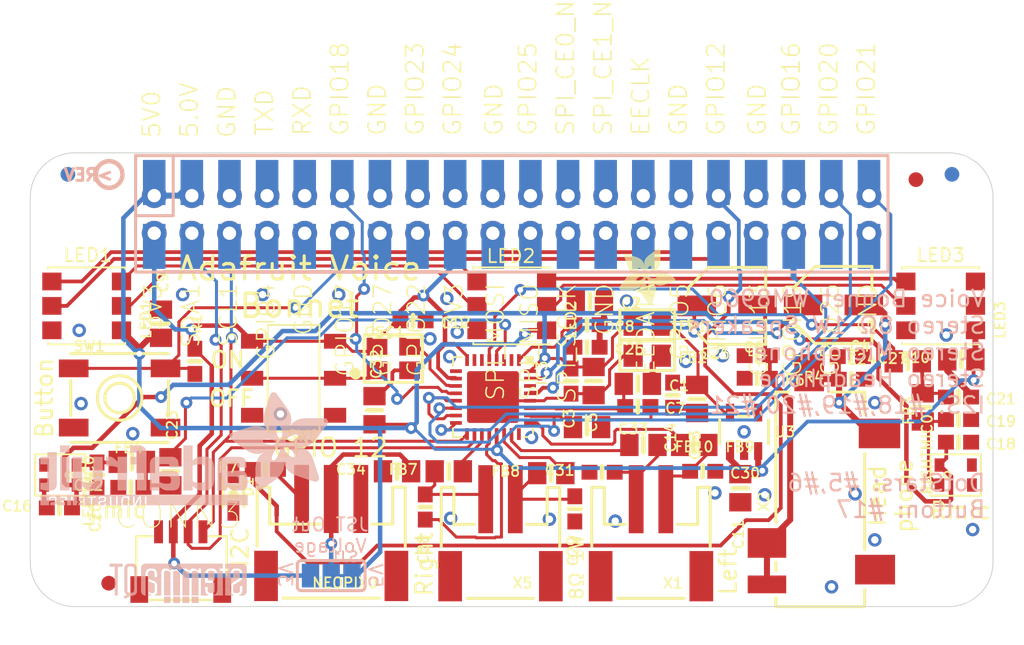
<source format=kicad_pcb>
(kicad_pcb (version 20211014) (generator pcbnew)
  (layers (0 "F.Cu" signal) (31 "B.Cu" signal) (34 "B.Paste" user) (35 "F.Paste" user) (36 "B.SilkS" user "B.Silkscreen") (37 "F.SilkS" user "F.Silkscreen") (38 "B.Mask" user) (39 "F.Mask" user) (44 "Edge.Cuts" user))
  (net 0 "")
  (net 1 "5.0V")
  (net 2 "SDA")
  (net 3 "SCL")
  (net 4 "BUTTON")
  (net 5 "LEDC")
  (net 6 "3.3V")
  (net 7 "GND")
  (net 8 "AGND")
  (net 9 "AVDD")
  (net 10 "VMID")
  (net 11 "MICBIAS")
  (net 12 "N$12")
  (net 13 "N$13")
  (net 14 "N$7")
  (net 15 "N$11")
  (net 16 "N$14")
  (net 17 "N$15")
  (net 18 "I2S_DIN")
  (net 19 "I2S_DOUT")
  (net 20 "I2S_LRCLK")
  (net 21 "MCLK")
  (net 22 "LINPUT1")
  (net 23 "RINPUT1")
  (net 24 "I2S_BCLK")
  (net 25 "N$16")
  (net 26 "N$17")
  (net 27 "N$1")
  (net 28 "N$2")
  (net 29 "RIGHT_P")
  (net 30 "RIGHT_N")
  (net 31 "N$21")
  (net 32 "N$22")
  (net 33 "LEFT_N")
  (net 34 "LEFT_P")
  (net 35 "RIGHT")
  (net 36 "PWM0")
  (net 37 "VCC")
  (net 38 "LSTEMMA")
  (net 39 "OUT")
  (net 40 "LEDD")
  (net 41 "MCLK_EN")
  (net 42 "GPIO4")
  (net 43 "GPIO22")
  (net 44 "MISO")
  (net 45 "EED")
  (net 46 "RXD")
  (net 47 "GPIO23")
  (net 48 "GPIO24")
  (net 49 "GPIO19")
  (net 50 "CE0")
  (net 51 "CE1")
  (net 52 "EEC")
  (net 53 "SCLK")
  (net 54 "MOSI")
  (net 55 "GPIO13")
  (net 56 "GPIO26")
  (net 57 "GPIO25")
  (net 58 "GPIO27")
  (net 59 "TXD")
  (net 60 "N$4")
  (net 61 "N$3")
  (net 62 "N$5")
  (net 63 "LEFT")
  (footprint "boardEagle:0603-NO" (layer "F.Cu") (at 152.5136 105.093888 -90)
    (fp_text reference "C3")
    (fp_text value "0.1uF")
  )
  (footprint "boardEagle:0603-NO" (layer "F.Cu") (at 153.5931 102.807888)
    (fp_text reference "C25")
    (fp_text value "0.1uF")
  )
  (footprint "boardEagle:0603-NO" (layer "F.Cu") (at 171.3731 103.442888)
    (fp_text reference "C27")
    (fp_text value "220pF")
  )
  (footprint "boardEagle:0603-NO" (layer "F.Cu") (at 178.6756 106.173388)
    (fp_text reference "C21")
    (fp_text value "33pF")
  )
  (footprint "boardEagle:0805-NO" (layer "F.Cu") (at 153.5931 108.205388)
    (fp_text reference "C33")
    (fp_text value "2.2uF+")
  )
  (footprint "boardEagle:0805-NO" (layer "F.Cu") (at 154.0376 105.093888 -90)
    (fp_text reference "C5")
    (fp_text value "10uF")
  )
  (footprint "boardEagle:0603-NO" (layer "F.Cu") (at 161.4036 111.189888)
    (fp_text reference "C30")
    (fp_text value "100pF")
  )
  (footprint "boardEagle:0603-NO" (layer "F.Cu") (at 152.7676 113.729888 -90)
    (fp_text reference "C29")
    (fp_text value "100pF")
  )
  (footprint "boardEagle:JSTPH2" (layer "F.Cu") (at 157.9111 116.777888 180)
    (fp_text reference "X1")
    (fp_text value "JSTPH 2P")
  )
  (footprint "boardEagle:ADAFRUIT_3.5MM" (layer "F.Cu") (at 155.7521 96.140388 -90)
    (fp_text reference "U$15" hide)
    (fp_text value "" hide)
  )
  (footprint "boardEagle:0603-NO" (layer "F.Cu") (at 154.6091 111.253388 180)
    (fp_text reference "C31")
    (fp_text value "100pF")
  )
  (footprint "boardEagle:4UCONN_19269" (layer "F.Cu") (at 169.3411 120.333888 90)
    (fp_text reference "X2")
    (fp_text value "3.5mm")
  )
  (footprint "boardEagle:JSTPH3" (layer "F.Cu") (at 136.3211 115.761888 180)
    (fp_text reference "NEOPIX0")
    (fp_text value "JST PH 3")
  )
  (footprint "boardEagle:0603-NO" (layer "F.Cu") (at 131.8761 111.062888 180)
    (fp_text reference "R7")
    (fp_text value "1K")
  )
  (footprint "boardEagle:0805-NO" (layer "F.Cu") (at 124.8276 101.220388 90)
    (fp_text reference "C9")
    (fp_text value "10uF")
  )
  (footprint "boardEagle:EG1390" (layer "F.Cu") (at 133.7811 104.903388 90)
    (fp_text reference "SW6")
    (fp_text value "EG1390")
  )
  (footprint "boardEagle:JSTPH2" (layer "F.Cu") (at 147.7511 116.777888 180)
    (fp_text reference "X5")
    (fp_text value "JSTPH 2P")
  )
  (footprint "boardEagle:0603-NO" (layer "F.Cu") (at 159.3716 106.046388 -90)
    (fp_text reference "C14")
    (fp_text value "0.1uF")
  )
  (footprint "boardEagle:0805-NO" (layer "F.Cu") (at 125.4626 111.189888 90)
    (fp_text reference "C23")
    (fp_text value "10uF")
  )
  (footprint "boardEagle:0603-NO" (layer "F.Cu") (at 141.8456 101.029888)
    (fp_text reference "C12")
    (fp_text value "0.1uF")
  )
  (footprint "boardEagle:0603-NO" (layer "F.Cu") (at 117.9696 113.666388 180)
    (fp_text reference "C16")
    (fp_text value "0.1uF")
  )
  (footprint "boardEagle:0805-NO" (layer "F.Cu") (at 160.8321 109.411888)
    (fp_text reference "FB9")
    (fp_text value "120o")
  )
  (footprint "boardEagle:0603-NO" (layer "F.Cu") (at 120.5096 111.443888 -90)
    (fp_text reference "C20")
    (fp_text value "33pF")
  )
  (footprint "boardEagle:0805-NO" (layer "F.Cu") (at 140.7661 111.189888 180)
    (fp_text reference "C34")
    (fp_text value "10uF")
  )
  (footprint "boardEagle:0603-NO" (layer "F.Cu") (at 178.6756 107.697388)
    (fp_text reference "C19")
    (fp_text value "33pF")
  )
  (footprint "boardEagle:SOT23-5" (layer "F.Cu") (at 164.1976 108.522888)
    (fp_text reference "U3")
    (fp_text value "AP2112-3.3K")
  )
  (footprint "boardEagle:OSC_3.2X2.5MM" (layer "F.Cu") (at 140.5121 103.569888)
    (fp_text reference "OSC1")
    (fp_text value "ECS-3225MV")
  )
  (footprint "boardEagle:0805-NO" (layer "F.Cu") (at 122.8591 110.554888)
    (fp_text reference "FB4")
    (fp_text value "FERRITE")
  )
  (footprint "boardEagle:0805" (layer "F.Cu") (at 157.6571 103.379388)
    (fp_text reference "FB2")
    (fp_text value "Ferrite")
  )
  (footprint "boardEagle:0805-NO" (layer "F.Cu") (at 178.8661 103.633388 180)
    (fp_text reference "C10")
    (fp_text value "10uF")
  )
  (footprint "boardEagle:0805-NO" (layer "F.Cu") (at 163.9436 112.332888 -90)
    (fp_text reference "C11")
    (fp_text value "10uF")
  )
  (footprint "boardEagle:SPW2430HR5H-B" (layer "F.Cu") (at 178.4851 111.443888 90)
    (fp_text reference "RIGHTMIC0")
    (fp_text value "")
  )
  (footprint "boardEagle:0603-NO" (layer "F.Cu") (at 165.0866 104.903388)
    (fp_text reference "R6")
    (fp_text value "10k")
  )
  (footprint "boardEagle:EVQ-Q2_SMALLER" (layer "F.Cu") (at 122.0336 106.236888)
    (fp_text reference "SW1")
    (fp_text value "EVQQ")
  )
  (footprint "boardEagle:FIDUCIAL_1MM" (layer "F.Cu") (at 175.7991 91.482888)
    (fp_text reference "FID2" hide)
    (fp_text value "FIDUCIAL_1MM" hide)
  )
  (footprint "boardEagle:PANASONIC_C" (layer "F.Cu") (at 163.0546 100.013888 180)
    (fp_text reference "C6")
    (fp_text value "100uF")
  )
  (footprint "boardEagle:0805-NO" (layer "F.Cu") (at 157.0221 105.284388)
    (fp_text reference "C1")
    (fp_text value "10uF")
  )
  (footprint "boardEagle:0805" (layer "F.Cu") (at 157.6571 101.283888)
    (fp_text reference "FB1")
    (fp_text value "Ferrite")
  )
  (footprint "boardEagle:0805-NO" (layer "F.Cu") (at 151.1801 111.316888 180)
    (fp_text reference "FB8")
    (fp_text value "120o")
  )
  (footprint "boardEagle:APA102" (layer "F.Cu") (at 119.8111 100.013888)
    (fp_text reference "LED1")
    (fp_text value "SK6822")
  )
  (footprint "boardEagle:0805-NO" (layer "F.Cu") (at 144.2586 111.189888 180)
    (fp_text reference "FB7")
    (fp_text value "120o")
  )
  (footprint "boardEagle:0805-NO" (layer "F.Cu") (at 139.2421 107.062388 90)
    (fp_text reference "C32")
    (fp_text value "10uF")
  )
  (footprint "boardEagle:APA102" (layer "F.Cu") (at 177.4691 100.013888)
    (fp_text reference "LED3")
    (fp_text value "SK6822")
  )
  (footprint "boardEagle:0805-NO" (layer "F.Cu") (at 176.2626 106.871888 90)
    (fp_text reference "FB3")
    (fp_text value "Ferrite")
  )
  (footprint "boardEagle:QFN32_5MM" (layer "F.Cu") (at 147.2431 106.173388 -90)
    (fp_text reference "IC3")
    (fp_text value "WM8960")
  )
  (footprint "boardEagle:0805-NO" (layer "F.Cu") (at 175.2466 103.760388 180)
    (fp_text reference "C24")
    (fp_text value "10uF")
  )
  (footprint "boardEagle:0603-NO" (layer "F.Cu") (at 127.1136 103.760388 90)
    (fp_text reference "R1")
    (fp_text value "10K")
  )
  (footprint "boardEagle:FIDUCIAL_1MM" (layer "F.Cu") (at 121.2971 118.752388)
    (fp_text reference "FID1" hide)
    (fp_text value "FIDUCIAL_1MM" hide)
  )
  (footprint "boardEagle:0603-NO" (layer "F.Cu") (at 122.7956 112.269388 180)
    (fp_text reference "C22")
    (fp_text value "33pF")
  )
  (footprint "boardEagle:0805-NO" (layer "F.Cu") (at 161.0226 106.300388 -90)
    (fp_text reference "C13")
    (fp_text value "10uF")
  )
  (footprint "boardEagle:0603-NO" (layer "F.Cu") (at 142.6711 113.602888 -90)
    (fp_text reference "C28")
    (fp_text value "100pF")
  )
  (footprint "boardEagle:0603-NO" (layer "F.Cu") (at 171.4366 104.966888 180)
    (fp_text reference "R4")
    (fp_text value "10K")
  )
  (footprint "boardEagle:SPW2430HR5H-B" (layer "F.Cu") (at 118.0331 111.443888 -90)
    (fp_text reference "LEFTMIC0")
    (fp_text value "")
  )
  (footprint "boardEagle:0603-NO" (layer "F.Cu") (at 157.0221 106.808388)
    (fp_text reference "C7")
    (fp_text value "0.1uF")
  )
  (footprint "boardEagle:SOD-323" (layer "F.Cu") (at 129.7171 112.586888 -90)
    (fp_text reference "D1")
    (fp_text value "3.6V")
  )
  (footprint "boardEagle:JST_SH4" (layer "F.Cu") (at 126.1611 117.793888)
    (fp_text reference "CONN3")
    (fp_text value "STEMMA_I2C_QT" hide)
  )
  (footprint "boardEagle:0805-NO" (layer "F.Cu") (at 157.4031 109.411888)
    (fp_text reference "FB10")
    (fp_text value "120o")
  )
  (footprint "boardEagle:PANASONIC_C" (layer "F.Cu") (at 170.2301 99.950388 180)
    (fp_text reference "C4")
    (fp_text value "100uF")
  )
  (footprint "boardEagle:PI_BONNET_THMSMT" (layer "F.Cu") (at 116.0011 120.333888)
    (fp_text reference "RPI1" hide)
    (fp_text value "RASPBERRYPI_BPLUS_BONNET_THMSMT" hide)
    (fp_line (start 3 0) (end 62 0) (layer "Edge.Cuts") (width 0.05))
    (fp_line (start 0 -27.6604) (end 0 -3) (layer "Edge.Cuts") (width 0.05))
    (fp_line (start 65 -3) (end 65 -27.6604) (layer "Edge.Cuts") (width 0.05))
    (fp_line (start 62 -30.6604) (end 3 -30.6604) (layer "Edge.Cuts") (width 0.05))
    (fp_arc (start 62 -30.6604) (mid 64.12132 -29.78172) (end 65 -27.6604) (layer "Edge.Cuts") (width 0.05))
    (fp_arc (start 0 -27.6604) (mid 0.87868 -29.78172) (end 3 -30.6604) (layer "Edge.Cuts") (width 0.05))
    (fp_arc (start 65 -3) (mid 64.12132 -0.87868) (end 62 0) (layer "Edge.Cuts") (width 0.05))
    (fp_arc (start 3 0) (mid 0.87868 -0.87868) (end 0 -3) (layer "Edge.Cuts") (width 0.05))
  )
  (footprint "boardEagle:0603-NO" (layer "F.Cu") (at 165.0866 103.379388 180)
    (fp_text reference "C26")
    (fp_text value "220pF")
  )
  (footprint "boardEagle:APA102" (layer "F.Cu") (at 148.5131 100.013888)
    (fp_text reference "LED2")
    (fp_text value "SK6822")
  )
  (footprint "boardEagle:0603-NO" (layer "F.Cu") (at 153.5931 101.283888)
    (fp_text reference "C8")
    (fp_text value "0.1uF")
  )
  (footprint "boardEagle:0805-NO" (layer "F.Cu") (at 153.7836 99.696388)
    (fp_text reference "C2")
    (fp_text value "10uF")
  )
  (footprint "boardEagle:0603-NO" (layer "F.Cu") (at 178.6756 109.221388)
    (fp_text reference "C18")
    (fp_text value "0.1uF")
  )
  (footprint "boardEagle:SOLDERJUMPER_2WAY_OPEN_NOPASTE" (layer "B.Cu") (at 136.3211 118.238388 180)
    (fp_text reference "SJ1")
    (fp_text value "")
  )
  (footprint "boardEagle:STEMMAQT" (layer "B.Cu") (at 130.6061 120.079888 180)
    (fp_text reference "U$12" hide)
    (fp_text value "" hide)
  )
  (footprint "boardEagle:PCBFEAT-REV-040" (layer "B.Cu") (at 121.3271 91.133888 180)
    (fp_text reference "U$11" hide)
    (fp_text value "" hide)
  )
  (footprint "boardEagle:ADAFRUIT_TEXT_20MM" (layer "B.Cu") (at 136.2576 113.475888 180)
    (fp_text reference "U$16" hide)
    (fp_text value "" hide)
  )
  (footprint "boardEagle:BRAINPAD_1IN" (layer "B.Cu") (at 159.8161 120.079888 180)
    (fp_text reference "U$79" hide)
    (fp_text value "" hide)
  )
  (gr_line (start 181.0011 92.633888) (end 181.0011 117.333888) (layer "Edge.Cuts") (width 0.05))
  (gr_arc (start 178.0265 89.673488) (mid 180.126919 90.537628) (end 181.0011 92.633888) (layer "Edge.Cuts") (width 0.05))
  (gr_line (start 116.0011 117.333888) (end 116.0011 92.633888) (layer "Edge.Cuts") (width 0.05))
  (gr_arc (start 181.0011 117.333888) (mid 180.12242 119.455208) (end 178.0011 120.333888) (layer "Edge.Cuts") (width 0.05))
  (gr_arc (start 119.0011 120.333888) (mid 116.87978 119.455208) (end 116.0011 117.333888) (layer "Edge.Cuts") (width 0.05))
  (gr_arc (start 116.0011 92.633888) (mid 116.900681 90.527107) (end 119.0265 89.673488) (layer "Edge.Cuts") (width 0.05))
  (gr_line (start 178.0011 120.333888) (end 119.0011 120.333888) (layer "Edge.Cuts") (width 0.05))
  (gr_line (start 119.0265 89.673488) (end 178.0265 89.673488) (layer "Edge.Cuts") (width 0.05))
  (gr_text "5V" (at 139.3056 118.238388 -90) (layer "B.SilkS") (effects (font (size 0.89408 0.89408) (thickness 0.12192)) (justify mirror)))
  (gr_text "DotStars: #5,#6\nButton: #17" (at 180.5806 111.316888) (layer "B.SilkS") (effects (font (size 1.1176 1.1176) (thickness 0.1524)) (justify left top mirror)))
  (gr_text "3V" (at 133.2096 118.174888 -90) (layer "B.SilkS") (effects (font (size 0.89408 0.89408) (thickness 0.12192)) (justify mirror)))
  (gr_text "JST Out\nVoltage" (at 136.2576 115.507888) (layer "B.SilkS") (effects (font (size 0.89408 0.89408) (thickness 0.12192)) (justify mirror)))
  (gr_text "Voice Bonnet WM8960\nStereo 8Ω 1W Speakers\nStereo Microphone\nStereo Headphone\nI2S: #18,#19,#20,#21" (at 180.5806 98.870888) (layer "B.SilkS") (effects (font (size 1.1176 1.1176) (thickness 0.1524)) (justify left top mirror)))
  (gr_text "Head\nphone" (at 174.1036 112.840888 90) (layer "F.SilkS") (effects (font (size 1.1176 1.1176) (thickness 0.1524))))
  (gr_text "GPIO 12" (at 136.2576 109.602388) (layer "F.SilkS") (effects (font (size 1.251712 1.251712) (thickness 0.170688))))
  (gr_text "Rmic" (at 180.9616 113.856888) (layer "F.SilkS") (effects (font (size 1.1176 1.1176) (thickness 0.1524)) (justify right)))
  (gr_text "Left" (at 163.1181 117.984388 90) (layer "F.SilkS") (effects (font (size 1.1176 1.1176) (thickness 0.1524))))
  (gr_text "LED1" (at 118.1601 96.584888) (layer "F.SilkS") (effects (font (size 0.89408 0.89408) (thickness 0.12192)) (justify left)))
  (gr_text "Button" (at 116.9536 106.236888 90) (layer "F.SilkS") (effects (font (size 1.1176 1.1176) (thickness 0.1524))))
  (gr_text "LED2" (at 146.7351 96.648388) (layer "F.SilkS") (effects (font (size 0.89408 0.89408) (thickness 0.12192)) (justify left)))
  (gr_text "LED3" (at 175.7546 96.584888) (layer "F.SilkS") (effects (font (size 0.89408 0.89408) (thickness 0.12192)) (justify left)))
  (gr_text "Right" (at 142.6076 117.476388 90) (layer "F.SilkS") (effects (font (size 1.1176 1.1176) (thickness 0.1524))))
  (gr_text "I2C" (at 130.1616 116.333388 90) (layer "F.SilkS") (effects (font (size 1.1176 1.1176) (thickness 0.1524))))
  (gr_text "Lmic" (at 119.8746 113.793388) (layer "F.SilkS") (effects (font (size 1.1176 1.1176) (thickness 0.1524)) (justify left)))
  (gr_text "OFF" (at 129.5881 106.269888) (layer "F.SilkS") (effects (font (size 1.0922 1.0922) (thickness 0.1778))))
  (gr_text "Adafruit Voice\nBonnet" (at 134.1621 98.743888) (layer "F.SilkS") (effects (font (size 1.56464 1.56464) (thickness 0.21336))))
  (gr_text "ON" (at 129.3341 103.666388) (layer "F.SilkS") (effects (font (size 1.0922 1.0922) (thickness 0.1778))))
  (gr_text "8Ω 1W" (at 152.8946 117.666888 90) (layer "F.SilkS") (effects (font (size 0.89408 0.89408) (thickness 0.12192))))
  (segment (start 165.191912 111.382888) (end 163.9436 111.382888) (width 0.4064) (layer "F.Cu") (net 1))
  (segment (start 151.3706 107.486888) (end 149.8066 107.486888) (width 0.2032) (layer "F.Cu") (net 1))
  (segment (start 141.45575 108.012388) (end 141.71225 108.268888) (width 0.2032) (layer "F.Cu") (net 1))
  (segment (start 165.1476 110.869888) (end 165.426256 111.148545) (width 0.4064) (layer "F.Cu") (net 1))
  (segment (start 165.1476 110.869888) (end 165.1476 109.822988) (width 0.4064) (layer "F.Cu") (net 1))
  (segment (start 123.3671 102.869888) (end 123.3671 103.252388) (width 0.4064) (layer "F.Cu") (net 1))
  (segment (start 163.2476 109.822988) (end 163.2476 110.369388) (width 0.4064) (layer "F.Cu") (net 1))
  (segment (start 151.781218 107.486888) (end 151.3706 107.486888) (width 0.2032) (layer "F.Cu") (net 1))
  (segment (start 163.9436 111.065388) (end 163.2476 110.369388) (width 0.4064) (layer "F.Cu") (net 1))
  (segment (start 152.6431 108.205388) (end 151.781218 107.486888) (width 0.2032) (layer "F.Cu") (net 1))
  (segment (start 147.4931 108.673388) (end 147.4931 109.74212) (width 0.254) (layer "F.Cu") (net 1))
  (segment (start 149.7431 107.423388) (end 149.8066 107.486888) (width 0.2032) (layer "F.Cu") (net 1))
  (segment (start 124.8276 102.170388) (end 124.0666 102.170388) (width 0.4064) (layer "F.Cu") (net 1))
  (segment (start 165.426256 111.148545) (end 165.191912 111.382888) (width 0.4064) (layer "F.Cu") (net 1))
  (segment (start 124.0666 102.170388) (end 123.3671 102.869888) (width 0.4064) (layer "F.Cu") (net 1))
  (segment (start 179.8161 103.252388) (end 179.8161 103.633388) (width 0.4064) (layer "F.Cu") (net 1))
  (segment (start 179.8191 102.997888) (end 179.8191 101.663888) (width 0.4064) (layer "F.Cu") (net 1))
  (segment (start 139.2421 108.012388) (end 141.45575 108.012388) (width 0.2032) (layer "F.Cu") (net 1))
  (segment (start 149.4021 101.918888) (end 149.6571 101.663888) (width 0.3048) (layer "F.Cu") (net 1))
  (segment (start 179.6916 103.376888) (end 179.8161 103.252388) (width 0.254) (layer "F.Cu") (net 1))
  (segment (start 147.4931 109.74212) (end 147.518921 109.767942) (width 0.254) (layer "F.Cu") (net 1))
  (segment (start 151.3706 107.486888) (end 151.3706 108.459388) (width 0.2032) (layer "F.Cu") (net 1))
  (segment (start 122.1611 101.663888) (end 123.3671 102.869888) (width 0.4064) (layer "F.Cu") (net 1))
  (segment (start 179.6916 103.376888) (end 179.6916 105.030388) (width 0.254) (layer "F.Cu") (net 1))
  (segment (start 179.8191 102.997888) (end 179.8161 103.000888) (width 0.4064) (layer "F.Cu") (net 1))
  (segment (start 179.8161 103.000888) (end 179.8161 103.252388) (width 0.4064) (layer "F.Cu") (net 1))
  (segment (start 149.6571 101.663888) (end 150.8631 101.663888) (width 0.3048) (layer "F.Cu") (net 1))
  (segment (start 163.9436 111.065388) (end 163.9436 111.382888) (width 0.4064) (layer "F.Cu") (net 1))
  (via (at 141.71225 108.268888) (size 0.8001) (drill 0.3937) (layers "F.Cu" "B.Cu") (net 1))
  (via (at 165.426256 111.148545) (size 0.8001) (drill 0.3937) (layers "F.Cu" "B.Cu") (net 1))
  (via (at 179.6916 105.030388) (size 0.8001) (drill 0.3937) (layers "F.Cu" "B.Cu") (net 1))
  (via (at 123.3671 103.252388) (size 0.8001) (drill 0.3937) (layers "F.Cu" "B.Cu") (net 1))
  (via (at 151.3706 108.459388) (size 0.8001) (drill 0.3937) (layers "F.Cu" "B.Cu") (net 1))
  (via (at 147.518921 109.767942) (size 0.8001) (drill 0.3937) (layers "F.Cu" "B.Cu") (net 1))
  (via (at 149.4021 101.918888) (size 0.8001) (drill 0.3937) (layers "F.Cu" "B.Cu") (net 1))
  (segment (start 124.3711 91.676888) (end 124.3711 92.563888) (width 0.4064) (layer "B.Cu") (net 1))
  (segment (start 151.3706 108.459388) (end 151.3071 108.459388) (width 0.2032) (layer "B.Cu") (net 1))
  (segment (start 165.252153 110.974442) (end 165.333796 110.974442) (width 0.254) (layer "B.Cu") (net 1))
  (segment (start 124.8276 108.268888) (end 139.6231 108.268888) (width 0.3048) (layer "B.Cu") (net 1))
  (segment (start 139.6231 108.268888) (end 139.6231 116.650888) (width 0.3048) (layer "B.Cu") (net 1))
  (segment (start 142.09325 104.338238) (end 142.09325 107.887888) (width 0.3048) (layer "B.Cu") (net 1))
  (segment (start 165.333796 110.974442) (end 168.48385 107.824388) (width 0.254) (layer "B.Cu") (net 1))
  (segment (start 143.8141 102.617388) (end 148.7036 102.617388) (width 0.3048) (layer "B.Cu") (net 1))
  (segment (start 178.8661 105.030388) (end 179.6916 105.030388) (width 0.254) (layer "B.Cu") (net 1))
  (segment (start 139.6231 108.268888) (end 141.71225 108.268888) (width 0.3048) (layer "B.Cu") (net 1))
  (segment (start 148.7036 102.617388) (end 149.4021 101.918888) (width 0.3048) (layer "B.Cu") (net 1))
  (segment (start 123.3671 103.252388) (end 123.3671 103.315888) (width 0.3048) (layer "B.Cu") (net 1))
  (segment (start 147.518921 109.767942) (end 147.455421 109.704442) (width 0.254) (layer "B.Cu") (net 1))
  (segment (start 123.7996 92.563888) (end 124.3711 92.563888) (width 0.3048) (layer "B.Cu") (net 1))
  (segment (start 143.341415 109.704442) (end 141.905862 108.268888) (width 0.2032) (layer "B.Cu") (net 1))
  (segment (start 143.341415 109.704442) (end 147.455421 109.704442) (width 0.2032) (layer "B.Cu") (net 1))
  (segment (start 151.3071 108.459388) (end 150.9896 108.141888) (width 0.2032) (layer "B.Cu") (net 1))
  (segment (start 150.9896 108.141888) (end 148.8306 108.141888) (width 0.2032) (layer "B.Cu") (net 1))
  (segment (start 123.3671 103.315888) (end 122.2876 102.236388) (width 0.3048) (layer "B.Cu") (net 1))
  (segment (start 165.426256 111.148545) (end 165.252153 110.974442) (width 0.254) (layer "B.Cu") (net 1))
  (segment (start 138.0356 118.238388) (end 137.7181 118.238388) (width 0.3048) (layer "B.Cu") (net 1))
  (segment (start 123.3671 106.808388) (end 124.8276 108.268888) (width 0.3048) (layer "B.Cu") (net 1))
  (segment (start 126.0233 92.563888) (end 124.3711 92.563888) (width 0.4064) (layer "B.Cu") (net 1))
  (segment (start 126.9107 91.676488) (end 126.9111 91.676888) (width 0.4064) (layer "B.Cu") (net 1))
  (segment (start 147.518921 109.767942) (end 147.518921 109.453567) (width 0.2032) (layer "B.Cu") (net 1))
  (segment (start 165.252153 110.974442) (end 148.725421 110.974442) (width 0.254) (layer "B.Cu") (net 1))
  (segment (start 141.71225 108.268888) (end 142.09325 107.887888) (width 0.3048) (layer "B.Cu") (net 1))
  (segment (start 123.3671 103.315888) (end 123.3671 106.808388) (width 0.3048) (layer "B.Cu") (net 1))
  (segment (start 124.3707 91.676488) (end 124.3711 91.676888) (width 0.4064) (layer "B.Cu") (net 1))
  (segment (start 148.725421 110.974442) (end 147.518921 109.767942) (width 0.254) (layer "B.Cu") (net 1))
  (segment (start 139.6231 116.650888) (end 138.0356 118.238388) (width 0.3048) (layer "B.Cu") (net 1))
  (segment (start 126.9107 91.676488) (end 126.0233 92.563888) (width 0.4064) (layer "B.Cu") (net 1))
  (segment (start 141.71225 108.268888) (end 141.905862 108.268888) (width 0.2032) (layer "B.Cu") (net 1))
  (segment (start 176.0721 107.824388) (end 178.8661 105.030388) (width 0.254) (layer "B.Cu") (net 1))
  (segment (start 123.7996 92.563888) (end 122.2876 94.075888) (width 0.3048) (layer "B.Cu") (net 1))
  (segment (start 126.9111 91.676888) (end 126.9111 92.563888) (width 0.4064) (layer "B.Cu") (net 1))
  (segment (start 148.8306 108.141888) (end 147.518921 109.453567) (width 0.2032) (layer "B.Cu") (net 1))
  (segment (start 142.09325 104.338238) (end 143.8141 102.617388) (width 0.3048) (layer "B.Cu") (net 1))
  (segment (start 122.2876 102.236388) (end 122.2876 94.075888) (width 0.3048) (layer "B.Cu") (net 1))
  (segment (start 168.48385 107.824388) (end 176.0721 107.824388) (width 0.254) (layer "B.Cu") (net 1))
  (segment (start 128.8916 108.744388) (end 128.8916 102.687238) (width 0.2032) (layer "F.Cu") (net 2))
  (segment (start 129.5901 109.602388) (end 128.8281 110.364388) (width 0.2032) (layer "F.Cu") (net 2))
  (segment (start 145.525362 109.602388) (end 129.5901 109.602388) (width 0.2032) (layer "F.Cu") (net 2))
  (segment (start 145.9931 108.673388) (end 145.9931 109.134651) (width 0.2032) (layer "F.Cu") (net 2))
  (segment (start 126.6611 116.134888) (end 126.6611 115.279888) (width 0.2032) (layer "F.Cu") (net 2))
  (segment (start 128.8281 110.364388) (end 128.8281 115.698388) (width 0.2032) (layer "F.Cu") (net 2))
  (segment (start 145.9931 109.134651) (end 145.525362 109.602388) (width 0.2032) (layer "F.Cu") (net 2))
  (segment (start 128.1296 116.396888) (end 126.9231 116.396888) (width 0.2032) (layer "F.Cu") (net 2))
  (segment (start 127.9311 109.704888) (end 128.8916 108.744388) (width 0.2032) (layer "F.Cu") (net 2))
  (segment (start 126.6611 114.618888) (end 127.9311 113.348888) (width 0.2032) (layer "F.Cu") (net 2))
  (segment (start 128.8281 115.698388) (end 128.1296 116.396888) (width 0.2032) (layer "F.Cu") (net 2))
  (segment (start 128.8916 102.687238) (end 128.5106 102.306238) (width 0.2032) (layer "F.Cu") (net 2))
  (segment (start 126.6611 115.279888) (end 126.6611 114.618888) (width 0.2032) (layer "F.Cu") (net 2))
  (segment (start 126.9231 116.396888) (end 126.6611 116.134888) (width 0.2032) (layer "F.Cu") (net 2))
  (segment (start 127.9311 109.704888) (end 127.9311 113.348888) (width 0.2032) (layer "F.Cu") (net 2))
  (via (at 128.5106 102.306238) (size 0.8001) (drill 0.3937) (layers "F.Cu" "B.Cu") (net 2))
  (segment (start 126.9107 95.104288) (end 126.9111 95.103888) (width 0.4064) (layer "B.Cu") (net 2))
  (segment (start 128.5741 98.369238) (end 126.9107 96.705838) (width 0.2032) (layer "B.Cu") (net 2))
  (segment (start 128.5741 98.369238) (end 128.5741 102.242738) (width 0.2032) (layer "B.Cu") (net 2))
  (segment (start 126.9107 95.994488) (end 126.9107 96.705838) (width 0.2032) (layer "B.Cu") (net 2))
  (segment (start 128.5741 102.242738) (end 128.5106 102.306238) (width 0.2032) (layer "B.Cu") (net 2))
  (segment (start 126.9107 95.994488) (end 126.9107 95.104288) (width 0.4064) (layer "B.Cu") (net 2))
  (segment (start 145.4931 108.673388) (end 145.0086 109.157888) (width 0.2032) (layer "F.Cu") (net 3))
  (segment (start 129.1131 109.157888) (end 128.3596 109.911388) (width 0.2032) (layer "F.Cu") (net 3))
  (segment (start 129.610909 102.152079) (end 129.552 102.210988) (width 0.2032) (layer "F.Cu") (net 3))
  (segment (start 129.552 108.718988) (end 129.1131 109.157888) (width 0.2032) (layer "F.Cu") (net 3))
  (segment (start 129.552 102.210988) (end 129.552 108.718988) (width 0.2032) (layer "F.Cu") (net 3))
  (segment (start 129.1131 109.157888) (end 145.0086 109.157888) (width 0.2032) (layer "F.Cu") (net 3))
  (segment (start 127.6611 115.279888) (end 128.3596 114.581388) (width 0.2032) (layer "F.Cu") (net 3))
  (segment (start 128.3596 109.911388) (end 128.3596 114.581388) (width 0.2032) (layer "F.Cu") (net 3))
  (via (at 129.610909 102.152079) (size 0.8001) (drill 0.3937) (layers "F.Cu" "B.Cu") (net 3))
  (segment (start 129.5777 102.152079) (end 129.610909 102.152079) (width 0.2032) (layer "B.Cu") (net 3))
  (segment (start 129.4507 95.994488) (end 129.4507 95.104288) (width 0.4064) (layer "B.Cu") (net 3))
  (segment (start 129.4507 95.104288) (end 129.4511 95.103888) (width 0.4064) (layer "B.Cu") (net 3))
  (segment (start 129.5777 96.121488) (end 129.5777 102.152079) (width 0.2032) (layer "B.Cu") (net 3))
  (segment (start 129.4507 95.994488) (end 129.5777 96.121488) (width 0.2032) (layer "B.Cu") (net 3))
  (segment (start 133.9081 100.140888) (end 126.9866 100.140888) (width 0.2032) (layer "F.Cu") (net 4))
  (segment (start 125.1336 104.236888) (end 126.0341 103.336388) (width 0.2032) (layer "F.Cu") (net 4))
  (segment (start 125.1336 104.236888) (end 126.7401 104.236888) (width 0.2032) (layer "F.Cu") (net 4))
  (segment (start 118.9336 104.236888) (end 125.1336 104.236888) (width 0.2032) (layer "F.Cu") (net 4))
  (segment (start 126.9866 100.140888) (end 126.0341 101.093388) (width 0.2032) (layer "F.Cu") (net 4))
  (segment (start 126.7401 104.236888) (end 127.1136 104.610388) (width 0.2032) (layer "F.Cu") (net 4))
  (segment (start 126.0341 101.093388) (end 126.0341 103.336388) (width 0.2032) (layer "F.Cu") (net 4))
  (via (at 133.9081 100.140888) (size 0.8001) (drill 0.3937) (layers "F.Cu" "B.Cu") (net 4))
  (segment (start 137.0707 97.295788) (end 134.2256 100.140888) (width 0.2032) (layer "B.Cu") (net 4))
  (segment (start 137.0707 95.104288) (end 137.0711 95.103888) (width 0.4064) (layer "B.Cu") (net 4))
  (segment (start 137.0707 97.295788) (end 137.0707 95.994488) (width 0.2032) (layer "B.Cu") (net 4))
  (segment (start 133.9081 100.140888) (end 134.2256 100.140888) (width 0.2032) (layer "B.Cu") (net 4))
  (segment (start 137.0707 95.994488) (end 137.0707 95.104288) (width 0.4064) (layer "B.Cu") (net 4))
  (segment (start 118.4776 100.013888) (end 121.6526 96.838888) (width 0.254) (layer "F.Cu") (net 5))
  (segment (start 162.1021 96.838888) (end 162.4711 96.469888) (width 0.254) (layer "F.Cu") (net 5))
  (segment (start 162.4711 96.469888) (end 162.4711 95.103888) (width 0.254) (layer "F.Cu") (net 5))
  (segment (start 117.4611 100.013888) (end 118.4776 100.013888) (width 0.254) (layer "F.Cu") (net 5))
  (segment (start 121.6526 96.838888) (end 162.1021 96.838888) (width 0.254) (layer "F.Cu") (net 5))
  (segment (start 162.4707 95.104288) (end 162.4711 95.103888) (width 0.4064) (layer "B.Cu") (net 5))
  (segment (start 162.4707 95.994488) (end 162.4707 95.104288) (width 0.4064) (layer "B.Cu") (net 5))
  (segment (start 142.6076 99.442388) (end 142.7981 99.442388) (width 0.3048) (layer "F.Cu") (net 6))
  (segment (start 139.4121 102.325388) (end 139.4121 102.769888) (width 0.2032) (layer "F.Cu") (net 6))
  (segment (start 127.4391 112.739888) (end 125.6611 114.517888) (width 0.3048) (layer "F.Cu") (net 6))
  (segment (start 142.7981 99.442388) (end 144.0046 100.648888) (width 0.3048) (layer "F.Cu") (net 6))
  (segment (start 143.5387 104.211063) (end 143.5387 103.083288) (width 0.254) (layer "F.Cu") (net 6))
  (segment (start 128.2566 104.077888) (end 127.1136 102.934888) (width 0.2032) (layer "F.Cu") (net 6))
  (segment (start 141.932225 99.442388) (end 142.6076 99.442388) (width 0.3048) (layer "F.Cu") (net 6))
  (segment (start 137.7611 103.087388) (end 137.0771 102.403388) (width 0.2032) (layer "F.Cu") (net 6))
  (segment (start 144.7431 104.923388) (end 144.6983 104.878588) (width 0.254) (layer "F.Cu") (net 6))
  (segment (start 144.6983 104.878588) (end 144.206225 104.878588) (width 0.254) (layer "F.Cu") (net 6))
  (segment (start 139.0946 103.087388) (end 137.7611 103.087388) (width 0.2032) (layer "F.Cu") (net 6))
  (segment (start 127.4391 109.467388) (end 128.2566 108.649888) (width 0.3048) (layer "F.Cu") (net 6))
  (segment (start 125.6611 117.357388) (end 125.6611 115.279888) (width 0.3048) (layer "F.Cu") (net 6))
  (segment (start 144.206225 104.878588) (end 143.5387 104.211063) (width 0.254) (layer "F.Cu") (net 6))
  (segment (start 140.9956 101.029888) (end 140.9956 100.379013) (width 0.3048) (layer "F.Cu") (net 6))
  (segment (start 145.4931 103.407388) (end 145.4931 103.673388) (width 0.2032) (layer "F.Cu") (net 6))
  (segment (start 126.8596 101.601388) (end 127.1136 101.347388) (width 0.3048) (layer "F.Cu") (net 6))
  (segment (start 126.8596 102.656388) (end 127.1136 102.910388) (width 0.3048) (layer "F.Cu") (net 6))
  (segment (start 144.6396 102.553888) (end 145.4931 103.407388) (width 0.2032) (layer "F.Cu") (net 6))
  (segment (start 144.0681 102.553888) (end 144.6396 102.553888) (width 0.2032) (layer "F.Cu") (net 6))
  (segment (start 130.9811 102.403388) (end 136.5811 102.403388) (width 0.2032) (layer "F.Cu") (net 6))
  (segment (start 127.1136 101.347388) (end 129.9251 101.347388) (width 0.3048) (layer "F.Cu") (net 6))
  (segment (start 140.9956 101.029888) (end 140.7076 101.029888) (width 0.2032) (layer "F.Cu") (net 6))
  (segment (start 139.0946 103.087388) (end 139.4121 102.769888) (width 0.2032) (layer "F.Cu") (net 6))
  (segment (start 125.7166 117.412888) (end 125.6611 117.357388) (width 0.3048) (layer "F.Cu") (net 6))
  (segment (start 127.4391 109.467388) (end 127.4391 112.739888) (width 0.3048) (layer "F.Cu") (net 6))
  (segment (start 143.5387 103.083288) (end 144.0681 102.553888) (width 0.254) (layer "F.Cu") (net 6))
  (segment (start 140.7076 101.029888) (end 139.4121 102.325388) (width 0.2032) (layer "F.Cu") (net 6))
  (segment (start 136.5811 102.403388) (end 137.0771 102.403388) (width 0.2032) (layer "F.Cu") (net 6))
  (segment (start 144.0046 102.553888) (end 144.0681 102.553888) (width 0.2032) (layer "F.Cu") (net 6))
  (segment (start 126.8596 101.601388) (end 126.8596 102.656388) (width 0.3048) (layer "F.Cu") (net 6))
  (segment (start 142.6076 99.378888) (end 142.5441 99.315388) (width 0.3048) (layer "F.Cu") (net 6))
  (segment (start 125.6611 115.279888) (end 125.6611 114.517888) (width 0.3048) (layer "F.Cu") (net 6))
  (segment (start 128.2566 108.649888) (end 128.2566 104.077888) (width 0.3048) (layer "F.Cu") (net 6))
  (segment (start 144.0046 100.648888) (end 144.0046 102.553888) (width 0.3048) (layer "F.Cu") (net 6))
  (segment (start 127.1136 102.910388) (end 127.1136 102.934888) (width 0.2032) (layer "F.Cu") (net 6))
  (segment (start 142.6076 99.442388) (end 142.6076 99.378888) (width 0.3048) (layer "F.Cu") (net 6))
  (segment (start 129.9251 101.347388) (end 130.9811 102.403388) (width 0.3048) (layer "F.Cu") (net 6))
  (segment (start 141.932225 99.442388) (end 140.9956 100.379013) (width 0.3048) (layer "F.Cu") (net 6))
  (via (at 142.5441 99.315388) (size 0.8001) (drill 0.3937) (layers "F.Cu" "B.Cu") (net 6))
  (via (at 125.7166 117.412888) (size 0.8001) (drill 0.3937) (layers "F.Cu" "B.Cu") (net 6))
  (via (at 126.8596 101.601388) (size 0.8001) (drill 0.3937) (layers "F.Cu" "B.Cu") (net 6))
  (segment (start 144.6907 95.441888) (end 144.6907 95.104288) (width 0.4064) (layer "B.Cu") (net 6))
  (segment (start 124.3707 95.994488) (end 124.3707 95.104288) (width 0.4064) (layer "B.Cu") (net 6))
  (segment (start 124.3707 95.104288) (end 124.3711 95.103888) (width 0.4064) (layer "B.Cu") (net 6))
  (segment (start 144.6907 97.168788) (end 144.6907 95.441888) (width 0.3048) (layer "B.Cu") (net 6))
  (segment (start 126.8596 101.601388) (end 125.7801 101.601388) (width 0.3048) (layer "B.Cu") (net 6))
  (segment (start 125.7801 101.601388) (end 124.3707 100.191988) (width 0.3048) (layer "B.Cu") (net 6))
  (segment (start 134.9241 118.238388) (end 126.5421 118.238388) (width 0.3048) (layer "B.Cu") (net 6))
  (segment (start 124.3707 100.191988) (end 124.3707 95.994488) (width 0.3048) (layer "B.Cu") (net 6))
  (segment (start 144.6907 95.104288) (end 144.6911 95.103888) (width 0.4064) (layer "B.Cu") (net 6))
  (segment (start 126.5421 118.238388) (end 125.7166 117.412888) (width 0.3048) (layer "B.Cu") (net 6))
  (segment (start 142.5441 99.315388) (end 144.6907 97.168788) (width 0.3048) (layer "B.Cu") (net 6))
  (segment (start 144.6907 95.994488) (end 144.6907 95.441888) (width 0.4064) (layer "B.Cu") (net 6))
  (segment (start 179.5256 106.004882) (end 177.9161 104.395382) (width 0.4064) (layer "F.Cu") (net 7))
  (segment (start 157.9721 104.851126) (end 158.0175 104.805726) (width 0.4064) (layer "F.Cu") (net 7))
  (segment (start 117.1196 113.666388) (end 116.9381 113.484888) (width 0.3048) (layer "F.Cu") (net 7))
  (segment (start 147.58615 110.681888) (end 147.8146 110.681888) (width 0.2032) (layer "F.Cu") (net 7))
  (segment (start 158.0175 103.968988) (end 158.6071 103.379388) (width 0.4064) (layer "F.Cu") (net 7))
  (segment (start 179.5256 106.173388) (end 179.5256 106.004882) (width 0.4064) (layer "F.Cu") (net 7))
  (segment (start 147.37735 110.473088) (end 147.58615 110.681888) (width 0.2032) (layer "F.Cu") (net 7))
  (segment (start 147.8146 110.681888) (end 147.8146 115.634888) (width 0.2032) (layer "F.Cu") (net 7))
  (segment (start 157.9111 106.847388) (end 157.8721 106.808388) (width 0.2032) (layer "F.Cu") (net 7))
  (segment (start 160.6686 106.896388) (end 161.0226 107.250388) (width 0.4064) (layer "F.Cu") (net 7))
  (segment (start 158.0175 104.805726) (end 158.0175 103.968988) (width 0.4064) (layer "F.Cu") (net 7))
  (segment (start 146.814075 110.059901) (end 147.227262 110.473088) (width 0.2032) (layer "F.Cu") (net 7))
  (segment (start 139.2421 106.112388) (end 139.4936 106.112388) (width 0.254) (layer "F.Cu") (net 7))
  (segment (start 154.5431 108.205388) (end 154.78444 107.697388) (width 0.2032) (layer "F.Cu") (net 7))
  (segment (start 147.8146 115.634888) (end 147.42515 115.634888) (width 0.2032) (layer "F.Cu") (net 7))
  (segment (start 154.7336 99.696388) (end 154.7336 100.993388) (width 0.4064) (layer "F.Cu") (net 7))
  (segment (start 147.37735 115.682688) (end 146.12485 115.682688) (width 0.2032) (layer "F.Cu") (net 7))
  (segment (start 147.227262 110.473088) (end 147.37735 110.473088) (width 0.2032) (layer "F.Cu") (net 7))
  (segment (start 116.9381 113.484888) (end 116.9381 112.118888) (width 0.3048) (layer "F.Cu") (net 7))
  (segment (start 146.9931 108.673388) (end 146.9931 109.296951) (width 0.2032) (layer "F.Cu") (net 7))
  (segment (start 146.814075 109.475976) (end 146.814075 110.059901) (width 0.2032) (layer "F.Cu") (net 7))
  (segment (start 159.3716 106.896388) (end 160.6686 106.896388) (width 0.4064) (layer "F.Cu") (net 7))
  (segment (start 177.9161 103.633388) (end 177.9161 104.395382) (width 0.4064) (layer "F.Cu") (net 7))
  (segment (start 139.4936 106.112388) (end 140.4486 105.157388) (width 0.254) (layer "F.Cu") (net 7))
  (segment (start 143.5846 114.452888) (end 142.6711 114.452888) (width 0.2032) (layer "F.Cu") (net 7))
  (segment (start 146.07705 115.634888) (end 144.7666 115.634888) (width 0.2032) (layer "F.Cu") (net 7))
  (segment (start 157.8476 107.697388) (end 157.9111 107.633888) (width 0.2032) (layer "F.Cu") (net 7))
  (segment (start 144.7666 115.634888) (end 143.5846 114.452888) (width 0.2032) (layer "F.Cu") (net 7))
  (segment (start 141.6121 104.369888) (end 140.6011 104.369888) (width 0.254) (layer "F.Cu") (net 7))
  (segment (start 154.78444 107.697388) (end 157.8476 107.697388) (width 0.2032) (layer "F.Cu") (net 7))
  (segment (start 146.9931 109.296951) (end 146.814075 109.475976) (width 0.2032) (layer "F.Cu") (net 7))
  (segment (start 154.4431 101.283888) (end 154.4431 102.807888) (width 0.4064) (layer "F.Cu") (net 7))
  (segment (start 157.9111 107.633888) (end 157.9111 106.847388) (width 0.2032) (layer "F.Cu") (net 7))
  (segment (start 140.4486 104.522388) (end 140.4486 105.157388) (width 0.254) (layer "F.Cu") (net 7))
  (segment (start 154.4431 101.283888) (end 154.7336 100.993388) (width 0.4064) (layer "F.Cu") (net 7))
  (segment (start 157.9721 105.284388) (end 157.9721 104.851126) (width 0.4064) (layer "F.Cu") (net 7))
  (segment (start 147.42515 115.634888) (end 147.37735 115.682688) (width 0.2032) (layer "F.Cu") (net 7))
  (segment (start 146.12485 115.682688) (end 146.07705 115.634888) (width 0.2032) (layer "F.Cu") (net 7))
  (segment (start 140.6011 104.369888) (end 140.4486 104.522388) (width 0.254) (layer "F.Cu") (net 7))
  (via (at 164.1976 108.522888) (size 0.9064) (drill 0.5) (layers "F.Cu" "B.Cu") (net 7))
  (via (at 144.1316 99.505888) (size 0.9064) (drill 0.5) (layers "F.Cu" "B.Cu") (net 7))
  (via (at 162.7371 103.379388) (size 0.9064) (drill 0.5) (layers "F.Cu" "B.Cu") (net 7))
  (via (at 149.8466 108.903888) (size 0.9064) (drill 0.5) (layers "F.Cu" "B.Cu") (net 7))
  (via (at 144.8301 101.791888) (size 0.9064) (drill 0.5) (layers "F.Cu" "B.Cu") (net 7))
  (via (at 155.4981 114.555388) (size 0.9064) (drill 0.5) (layers "F.Cu" "B.Cu") (net 7))
  (via (at 144.3856 114.364888) (size 0.9064) (drill 0.5) (layers "F.Cu" "B.Cu") (net 7))
  (via (at 151.0531 114.428388) (size 0.9064) (drill 0.5) (layers "F.Cu" "B.Cu") (net 7))
  (via (at 170.1031 119.000388) (size 0.9064) (drill 0.5) (layers "F.Cu" "B.Cu") (net 7))
  (via (at 131.6856 99.251888) (size 0.9064) (drill 0.5) (layers "F.Cu" "B.Cu") (net 7))
  (via (at 142.9886 102.236388) (size 0.9064) (drill 0.5) (layers "F.Cu" "B.Cu") (net 7))
  (via (at 171.6906 112.713888) (size 0.9064) (drill 0.5) (layers "F.Cu" "B.Cu") (net 7))
  (via (at 126.2881 99.251888) (size 0.9064) (drill 0.5) (layers "F.Cu" "B.Cu") (net 7))
  (via (at 122.9226 108.649888) (size 0.9064) (drill 0.5) (layers "F.Cu" "B.Cu") (net 7))
  (via (at 173.0241 115.825388) (size 0.9064) (drill 0.5) (layers "F.Cu" "B.Cu") (net 7))
  (via (at 173.0241 106.554388) (size 0.9064) (drill 0.5) (layers "F.Cu" "B.Cu") (net 7))
  (via (at 144.3221 103.442888) (size 0.9064) (drill 0.5) (layers "F.Cu" "B.Cu") (net 7))
  (via (at 136.8291 99.251888) (size 0.9064) (drill 0.5) (layers "F.Cu" "B.Cu") (net 7))
  (via (at 119.3031 101.664888) (size 0.9064) (drill 0.5) (layers "F.Cu" "B.Cu") (net 7))
  (via (at 132.8921 107.316388) (size 0.9064) (drill 0.5) (layers "F.Cu" "B.Cu") (net 7))
  (via (at 160.2606 103.760388) (size 0.9064) (drill 0.5) (layers "F.Cu" "B.Cu") (net 7))
  (via (at 177.8501 101.982388) (size 0.9064) (drill 0.5) (layers "F.Cu" "B.Cu") (net 7))
  (via (at 156.2601 99.696388) (size 0.9064) (drill 0.5) (layers "F.Cu" "B.Cu") (net 7))
  (via (at 119.4301 106.617888) (size 0.9064) (drill 0.5) (layers "F.Cu" "B.Cu") (net 7))
  (via (at 165.5946 112.777388) (size 0.9064) (drill 0.5) (layers "F.Cu" "B.Cu") (net 7))
  (via (at 179.6281 115.126888) (size 0.9064) (drill 0.5) (layers "F.Cu" "B.Cu") (net 7))
  (via (at 162.2291 112.650388) (size 0.9064) (drill 0.5) (layers "F.Cu" "B.Cu") (net 7))
  (segment (start 154.8507 95.994488) (end 154.8507 95.104288) (width 0.4064) (layer "B.Cu") (net 7))
  (segment (start 172.6307 95.104288) (end 172.6311 95.103888) (width 0.4064) (layer "B.Cu") (net 7))
  (segment (start 159.9307 91.676488) (end 159.9311 91.676888) (width 0.4064) (layer "B.Cu") (net 7))
  (segment (start 159.9311 91.676888) (end 159.9311 92.563888) (width 0.4064) (layer "B.Cu") (net 7))
  (segment (start 147.2311 91.676888) (end 147.2311 92.563888) (width 0.4064) (layer "B.Cu") (net 7))
  (segment (start 147.2307 91.676488) (end 147.2311 91.676888) (width 0.4064) (layer "B.Cu") (net 7))
  (segment (start 165.0107 91.676488) (end 165.0111 91.676888) (width 0.4064) (layer "B.Cu") (net 7))
  (segment (start 165.0111 91.676888) (end 165.0111 92.563888) (width 0.4064) (layer "B.Cu") (net 7))
  (segment (start 172.6307 95.994488) (end 172.6307 95.104288) (width 0.4064) (layer "B.Cu") (net 7))
  (segment (start 154.8507 95.104288) (end 154.8511 95.103888) (width 0.4064) (layer "B.Cu") (net 7))
  (segment (start 129.4507 91.676488) (end 129.4511 91.676888) (width 0.4064) (layer "B.Cu") (net 7))
  (segment (start 129.4511 91.676888) (end 129.4511 92.563888) (width 0.4064) (layer "B.Cu") (net 7))
  (segment (start 149.7431 106.423388) (end 150.6956 106.423388) (width 0.2032) (layer "F.Cu") (net 8))
  (segment (start 148.1956 106.427388) (end 149.7391 106.427388) (width 0.2032) (layer "F.Cu") (net 8))
  (segment (start 154.0376 106.043888) (end 153.9376 105.943888) (width 0.2032) (layer "F.Cu") (net 8))
  (segment (start 155.1171 104.334388) (end 155.1171 105.345388) (width 0.2032) (layer "F.Cu") (net 8))
  (segment (start 150.8647 106.254288) (end 152.2032 106.254288) (width 0.2032) (layer "F.Cu") (net 8))
  (segment (start 147.2431 106.173388) (end 147.9416 106.173388) (width 0.2032) (layer "F.Cu") (net 8))
  (segment (start 156.0721 103.379388) (end 155.1171 104.334388) (width 0.2032) (layer "F.Cu") (net 8))
  (segment (start 149.7391 106.427388) (end 149.7431 106.423388) (width 0.2032) (layer "F.Cu") (net 8))
  (segment (start 155.1171 105.345388) (end 154.4186 106.043888) (width 0.2032) (layer "F.Cu") (net 8))
  (segment (start 156.7071 103.379388) (end 156.0721 103.379388) (width 0.2032) (layer "F.Cu") (net 8))
  (segment (start 147.9416 106.173388) (end 148.1956 106.427388) (width 0.2032) (layer "F.Cu") (net 8))
  (segment (start 154.0376 106.043888) (end 154.4186 106.043888) (width 0.2032) (layer "F.Cu") (net 8))
  (segment (start 152.2032 106.254288) (end 152.5136 105.943888) (width 0.2032) (layer "F.Cu") (net 8))
  (segment (start 150.8647 106.254288) (end 150.6956 106.423388) (width 0.2032) (layer "F.Cu") (net 8))
  (segment (start 153.9376 105.943888) (end 152.5136 105.943888) (width 0.2032) (layer "F.Cu") (net 8))
  (segment (start 177.3901 110.768888) (end 177.8501 110.308888) (width 0.254) (layer "F.Cu") (net 9))
  (segment (start 119.1281 113.357888) (end 118.8196 113.666388) (width 0.3048) (layer "F.Cu") (net 9))
  (segment (start 123.5576 106.173388) (end 124.8276 106.173388) (width 0.3048) (layer "F.Cu") (net 9))
  (segment (start 123.5576 106.236888) (end 123.5576 106.173388) (width 0.3048) (layer "F.Cu") (net 9))
  (segment (start 178.1676 113.094888) (end 178.0406 113.221888) (width 0.3048) (layer "F.Cu") (net 9))
  (segment (start 151.8396 103.569888) (end 152.5136 104.243888) (width 0.2032) (layer "F.Cu") (net 9))
  (segment (start 118.2871 111.951888) (end 118.2871 110.237388) (width 0.3048) (layer "F.Cu") (net 9))
  (segment (start 177.8501 110.308888) (end 177.8501 109.245888) (width 0.254) (layer "F.Cu") (net 9))
  (segment (start 152.5136 104.243888) (end 152.6136 104.143888) (width 0.2032) (layer "F.Cu") (net 9))
  (segment (start 155.3101 102.172888) (end 155.3101 103.506388) (width 0.2032) (layer "F.Cu") (net 9))
  (segment (start 154.6726 104.143888) (end 154.0376 104.143888) (width 0.2032) (layer "F.Cu") (net 9))
  (segment (start 177.3901 110.768888) (end 178.1676 111.546388) (width 0.3048) (layer "F.Cu") (net 9))
  (segment (start 150.77205 103.542838) (end 150.7991 103.569888) (width 0.2032) (layer "F.Cu") (net 9))
  (segment (start 152.7431 102.807888) (end 152.7431 104.014388) (width 0.2032) (layer "F.Cu") (net 9))
  (segment (start 156.1991 101.283888) (end 155.3101 102.172888) (width 0.2032) (layer "F.Cu") (net 9))
  (segment (start 178.1676 111.546388) (end 178.1676 113.094888) (width 0.3048) (layer "F.Cu") (net 9))
  (segment (start 118.4541 112.118888) (end 118.2871 111.951888) (width 0.3048) (layer "F.Cu") (net 9))
  (segment (start 155.3101 103.506388) (end 154.6726 104.143888) (width 0.2032) (layer "F.Cu") (net 9))
  (segment (start 156.7071 101.283888) (end 156.1991 101.283888) (width 0.2032) (layer "F.Cu") (net 9))
  (segment (start 118.9221 109.602388) (end 120.1921 109.602388) (width 0.3048) (layer "F.Cu") (net 9))
  (segment (start 119.1281 112.118888) (end 119.1281 113.357888) (width 0.3048) (layer "F.Cu") (net 9))
  (segment (start 177.8501 109.245888) (end 177.8256 109.221388) (width 0.254) (layer "F.Cu") (net 9))
  (segment (start 150.7991 103.569888) (end 151.8396 103.569888) (width 0.2032) (layer "F.Cu") (net 9))
  (segment (start 152.7431 104.014388) (end 152.5136 104.243888) (width 0.2032) (layer "F.Cu") (net 9))
  (segment (start 172.7701 102.299888) (end 173.2781 102.807888) (width 0.3048) (layer "F.Cu") (net 9))
  (segment (start 150.5966 103.569888) (end 150.70855 103.569888) (width 0.2032) (layer "F.Cu") (net 9))
  (segment (start 176.4531 113.221888) (end 175.157 111.925788) (width 0.3048) (layer "F.Cu") (net 9))
  (segment (start 178.0406 113.221888) (end 176.4531 113.221888) (width 0.3048) (layer "F.Cu") (net 9))
  (segment (start 150.7356 103.542838) (end 150.70855 103.569888) (width 0.3048) (layer "F.Cu") (net 9))
  (segment (start 150.7356 103.542838) (end 150.77205 103.542838) (width 0.2032) (layer "F.Cu") (net 9))
  (segment (start 120.1921 109.602388) (end 123.5576 106.236888) (width 0.3048) (layer "F.Cu") (net 9))
  (segment (start 167.9441 102.299888) (end 172.7701 102.299888) (width 0.3048) (layer "F.Cu") (net 9))
  (segment (start 173.2781 104.903388) (end 175.157 106.782288) (width 0.3048) (layer "F.Cu") (net 9))
  (segment (start 152.6136 104.143888) (end 154.0376 104.143888) (width 0.2032) (layer "F.Cu") (net 9))
  (segment (start 173.2781 102.807888) (end 173.2781 104.903388) (width 0.3048) (layer "F.Cu") (net 9))
  (segment (start 149.7431 104.423388) (end 150.5966 103.569888) (width 0.2032) (layer "F.Cu") (net 9))
  (segment (start 118.2871 110.237388) (end 118.9221 109.602388) (width 0.3048) (layer "F.Cu") (net 9))
  (segment (start 175.157 106.782288) (end 175.157 111.925788) (width 0.3048) (layer "F.Cu") (net 9))
  (segment (start 119.1281 112.118888) (end 118.4541 112.118888) (width 0.3048) (layer "F.Cu") (net 9))
  (via (at 167.9441 102.299888) (size 0.8001) (drill 0.3937) (layers "F.Cu" "B.Cu") (net 9))
  (via (at 124.8276 106.173388) (size 0.8001) (drill 0.3937) (layers "F.Cu" "B.Cu") (net 9))
  (via (at 150.7356 103.542838) (size 0.8001) (drill 0.3937) (layers "F.Cu" "B.Cu") (net 9))
  (segment (start 166.9281 101.093388) (end 168.03935 102.204638) (width 0.3048) (layer "B.Cu") (net 9))
  (segment (start 150.72925 100.653382) (end 150.585056 100.509188) (width 0.3048) (layer "B.Cu") (net 9))
  (segment (start 150.7356 103.542838) (end 150.72925 103.536488) (width 0.3048) (layer "B.Cu") (net 9))
  (segment (start 168.03935 102.204638) (end 167.9441 102.299888) (width 0.3048) (layer "B.Cu") (net 9))
  (segment (start 124.8276 106.173388) (end 125.6531 105.347888) (width 0.3048) (layer "B.Cu") (net 9))
  (segment (start 150.585056 100.509188) (end 161.633318 100.509188) (width 0.3048) (layer "B.Cu") (net 9))
  (segment (start 162.217518 101.093388) (end 166.9281 101.093388) (width 0.3048) (layer "B.Cu") (net 9))
  (segment (start 161.633318 100.509188) (end 162.217518 101.093388) (width 0.3048) (layer "B.Cu") (net 9))
  (segment (start 135.242718 101.715688) (end 136.449218 100.509188) (width 0.3048) (layer "B.Cu") (net 9))
  (segment (start 136.449218 100.509188) (end 150.585056 100.509188) (width 0.3048) (layer "B.Cu") (net 9))
  (segment (start 129.3996 105.347888) (end 133.0318 101.715688) (width 0.3048) (layer "B.Cu") (net 9))
  (segment (start 125.6531 105.347888) (end 129.3996 105.347888) (width 0.3048) (layer "B.Cu") (net 9))
  (segment (start 133.0318 101.715688) (end 135.242718 101.715688) (width 0.3048) (layer "B.Cu") (net 9))
  (segment (start 150.72925 100.653382) (end 150.72925 103.536488) (width 0.3048) (layer "B.Cu") (net 9))
  (segment (start 151.5079 106.973688) (end 151.4576 106.923388) (width 0.2032) (layer "F.Cu") (net 10))
  (segment (start 155.5754 106.973688) (end 151.5079 106.973688) (width 0.2032) (layer "F.Cu") (net 10))
  (segment (start 155.5754 106.973688) (end 156.0068 106.973688) (width 0.2032) (layer "F.Cu") (net 10))
  (segment (start 156.0721 106.476988) (end 155.5754 106.973688) (width 0.2032) (layer "F.Cu") (net 10))
  (segment (start 156.0721 105.284388) (end 156.0721 106.476988) (width 0.2032) (layer "F.Cu") (net 10))
  (segment (start 149.7431 106.923388) (end 151.4576 106.923388) (width 0.2032) (layer "F.Cu") (net 10))
  (segment (start 156.0068 106.973688) (end 156.1721 106.808388) (width 0.2032) (layer "F.Cu") (net 10))
  (segment (start 151.40015 102.807888) (end 151.9008 102.307238) (width 0.2032) (layer "F.Cu") (net 11))
  (segment (start 148.9931 103.673388) (end 149.8586 102.807888) (width 0.2032) (layer "F.Cu") (net 11))
  (segment (start 149.8586 102.807888) (end 151.40015 102.807888) (width 0.2032) (layer "F.Cu") (net 11))
  (segment (start 152.7431 99.786888) (end 152.7431 101.283888) (width 0.2032) (layer "F.Cu") (net 11))
  (segment (start 152.4256 101.601388) (end 152.7431 101.283888) (width 0.2032) (layer "F.Cu") (net 11))
  (segment (start 151.9008 102.307238) (end 151.9008 101.800638) (width 0.2032) (layer "F.Cu") (net 11))
  (segment (start 152.4256 101.601388) (end 152.10005 101.601388) (width 0.2032) (layer "F.Cu") (net 11))
  (segment (start 152.10005 101.601388) (end 151.9008 101.800638) (width 0.2032) (layer "F.Cu") (net 11))
  (segment (start 152.8336 99.696388) (end 152.7431 99.786888) (width 0.2032) (layer "F.Cu") (net 11))
  (segment (start 176.6436 107.948888) (end 176.7706 107.821888) (width 0.2032) (layer "F.Cu") (net 12))
  (segment (start 176.2626 107.821888) (end 176.7706 107.821888) (width 0.2032) (layer "F.Cu") (net 12))
  (segment (start 176.7706 107.821888) (end 177.7011 107.821888) (width 0.2032) (layer "F.Cu") (net 12))
  (segment (start 177.7011 107.821888) (end 177.8256 107.697388) (width 0.2032) (layer "F.Cu") (net 12))
  (segment (start 176.6436 111.507388) (end 176.6436 107.948888) (width 0.2032) (layer "F.Cu") (net 12))
  (segment (start 177.2551 112.118888) (end 177.3901 112.118888) (width 0.254) (layer "F.Cu") (net 12))
  (segment (start 177.2551 112.118888) (end 176.6436 111.507388) (width 0.254) (layer "F.Cu") (net 12))
  (segment (start 121.8701 110.593888) (end 121.9091 110.554888) (width 0.254) (layer "F.Cu") (net 13))
  (segment (start 120.5096 110.593888) (end 121.8701 110.593888) (width 0.254) (layer "F.Cu") (net 13))
  (segment (start 120.3346 110.768888) (end 120.5096 110.593888) (width 0.254) (layer "F.Cu") (net 13))
  (segment (start 119.1281 110.768888) (end 120.3346 110.768888) (width 0.254) (layer "F.Cu") (net 13))
  (segment (start 122.1611 98.363888) (end 123.20985 97.315138) (width 0.2032) (layer "F.Cu") (net 14))
  (segment (start 146.1631 98.363888) (end 145.11435 97.315138) (width 0.2032) (layer "F.Cu") (net 14))
  (segment (start 145.11435 97.315138) (end 123.20985 97.315138) (width 0.2032) (layer "F.Cu") (net 14))
  (segment (start 143.55375 97.721538) (end 145.8461 100.013888) (width 0.2032) (layer "F.Cu") (net 15))
  (segment (start 122.7321 100.013888) (end 125.02445 97.721538) (width 0.2032) (layer "F.Cu") (net 15))
  (segment (start 145.8461 100.013888) (end 146.1631 100.013888) (width 0.2032) (layer "F.Cu") (net 15))
  (segment (start 125.02445 97.721538) (end 143.55375 97.721538) (width 0.2032) (layer "F.Cu") (net 15))
  (segment (start 122.1611 100.013888) (end 122.7321 100.013888) (width 0.2032) (layer "F.Cu") (net 15))
  (segment (start 150.8631 98.363888) (end 151.0546 98.172388) (width 0.254) (layer "F.Cu") (net 16))
  (segment (start 151.0546 98.172388) (end 174.3561 98.172388) (width 0.254) (layer "F.Cu") (net 16))
  (segment (start 174.5476 98.363888) (end 174.3561 98.172388) (width 0.254) (layer "F.Cu") (net 16))
  (segment (start 174.5476 98.363888) (end 175.1191 98.363888) (width 0.254) (layer "F.Cu") (net 16))
  (segment (start 151.8179 98.807388) (end 151.8179 99.598138) (width 0.2032) (layer "F.Cu") (net 17))
  (segment (start 174.8651 100.013888) (end 173.4681 98.616888) (width 0.2032) (layer "F.Cu") (net 17))
  (segment (start 152.0084 98.616888) (end 151.8179 98.807388) (width 0.2032) (layer "F.Cu") (net 17))
  (segment (start 151.8179 99.598138) (end 151.40215 100.013888) (width 0.2032) (layer "F.Cu") (net 17))
  (segment (start 151.40215 100.013888) (end 150.8631 100.013888) (width 0.2032) (layer "F.Cu") (net 17))
  (segment (start 174.8651 100.013888) (end 175.1191 100.013888) (width 0.2032) (layer "F.Cu") (net 17))
  (segment (start 173.4681 98.616888) (end 152.0084 98.616888) (width 0.2032) (layer "F.Cu") (net 17))
  (segment (start 144.7431 107.923388) (end 144.2706 108.395888) (width 0.2032) (layer "F.Cu") (net 18))
  (segment (start 144.2706 108.395888) (end 143.7506 108.395888) (width 0.2032) (layer "F.Cu") (net 18))
  (via (at 143.7506 108.395888) (size 0.8001) (drill 0.3937) (layers "F.Cu" "B.Cu") (net 18))
  (segment (start 170.0907 91.676488) (end 170.0911 91.676888) (width 0.4064) (layer "B.Cu") (net 18))
  (segment (start 164.6421 107.316388) (end 171.3731 100.585388) (width 0.2032) (layer "B.Cu") (net 18))
  (segment (start 170.0911 91.676888) (end 170.0911 92.563888) (width 0.4064) (layer "B.Cu") (net 18))
  (segment (start 164.6421 107.316388) (end 148.1321 107.316388) (width 0.2032) (layer "B.Cu") (net 18))
  (segment (start 143.7506 108.395888) (end 147.0526 108.395888) (width 0.2032) (layer "B.Cu") (net 18))
  (segment (start 171.3731 93.845888) (end 170.0911 92.563888) (width 0.2032) (layer "B.Cu") (net 18))
  (segment (start 171.3731 100.585388) (end 171.3731 93.845888) (width 0.2032) (layer "B.Cu") (net 18))
  (segment (start 148.1321 107.316388) (end 147.0526 108.395888) (width 0.2032) (layer "B.Cu") (net 18))
  (segment (start 143.6356 106.923388) (end 143.6236 106.935388) (width 0.2032) (layer "F.Cu") (net 19))
  (segment (start 144.7431 106.923388) (end 143.6356 106.923388) (width 0.2032) (layer "F.Cu") (net 19))
  (via (at 143.6236 106.935388) (size 0.8001) (drill 0.3937) (layers "F.Cu" "B.Cu") (net 19))
  (segment (start 143.6236 106.935388) (end 143.6236 107.316388) (width 0.2032) (layer "B.Cu") (net 19))
  (segment (start 146.9256 109.221388) (end 148.4242 107.722788) (width 0.2032) (layer "B.Cu") (net 19))
  (segment (start 172.7066 91.752388) (end 172.7066 92.563888) (width 0.4064) (layer "B.Cu") (net 19))
  (segment (start 174.1036 98.553388) (end 174.1036 93.854388) (width 0.2032) (layer "B.Cu") (net 19))
  (segment (start 172.6307 91.676488) (end 172.7066 91.752388) (width 0.4064) (layer "B.Cu") (net 19))
  (segment (start 172.7066 92.563888) (end 172.6311 92.563888) (width 0.2032) (layer "B.Cu") (net 19))
  (segment (start 174.1036 93.854388) (end 172.8131 92.563888) (width 0.2032) (layer "B.Cu") (net 19))
  (segment (start 143.6236 107.316388) (end 142.9886 107.951388) (width 0.2032) (layer "B.Cu") (net 19))
  (segment (start 143.4966 109.221388) (end 146.9256 109.221388) (width 0.2032) (layer "B.Cu") (net 19))
  (segment (start 164.9342 107.722788) (end 174.1036 98.553388) (width 0.2032) (layer "B.Cu") (net 19))
  (segment (start 172.8131 92.563888) (end 172.7066 92.563888) (width 0.2032) (layer "B.Cu") (net 19))
  (segment (start 148.4242 107.722788) (end 164.9342 107.722788) (width 0.2032) (layer "B.Cu") (net 19))
  (segment (start 142.9886 108.713388) (end 143.4966 109.221388) (width 0.2032) (layer "B.Cu") (net 19))
  (segment (start 142.9886 107.951388) (end 142.9886 108.713388) (width 0.2032) (layer "B.Cu") (net 19))
  (segment (start 142.91875 107.290851) (end 142.91875 106.643426) (width 0.2032) (layer "F.Cu") (net 20))
  (segment (start 144.108412 106.423388) (end 144.7431 106.423388) (width 0.2032) (layer "F.Cu") (net 20))
  (segment (start 143.915562 107.640238) (end 143.268137 107.640238) (width 0.2032) (layer "F.Cu") (net 20))
  (segment (start 142.91875 106.643426) (end 142.9251 106.637076) (width 0.2032) (layer "F.Cu") (net 20))
  (segment (start 144.132412 107.423388) (end 143.915562 107.640238) (width 0.2032) (layer "F.Cu") (net 20))
  (segment (start 143.12195 106.230538) (end 143.117359 106.225948) (width 0.2032) (layer "F.Cu") (net 20))
  (segment (start 143.915562 106.230538) (end 144.108412 106.423388) (width 0.2032) (layer "F.Cu") (net 20))
  (segment (start 143.12195 106.230538) (end 143.915562 106.230538) (width 0.2032) (layer "F.Cu") (net 20))
  (segment (start 143.268137 107.640238) (end 142.91875 107.290851) (width 0.2032) (layer "F.Cu") (net 20))
  (segment (start 142.9251 106.637076) (end 142.9251 106.427388) (width 0.2032) (layer "F.Cu") (net 20))
  (segment (start 144.7431 107.423388) (end 144.132412 107.423388) (width 0.2032) (layer "F.Cu") (net 20))
  (segment (start 142.9251 106.427388) (end 143.12195 106.230538) (width 0.2032) (layer "F.Cu") (net 20))
  (segment (start 143.117359 106.225948) (end 142.914159 106.225948) (width 0.2032) (layer "F.Cu") (net 20))
  (via (at 142.914159 106.225948) (size 0.8001) (drill 0.3937) (layers "F.Cu" "B.Cu") (net 20))
  (segment (start 167.5507 95.994488) (end 167.535325 96.009863) (width 0.4064) (layer "B.Cu") (net 20))
  (segment (start 167.5507 95.994488) (end 167.5507 95.188288) (width 0.4064) (layer "B.Cu") (net 20))
  (segment (start 167.5511 95.187888) (end 167.5511 95.103888) (width 0.2032) (layer "B.Cu") (net 20))
  (segment (start 142.914159 106.225948) (end 144.120659 106.225948) (width 0.2032) (layer "B.Cu") (net 20))
  (segment (start 164.39904 106.860948) (end 169.7101 101.549888) (width 0.2032) (layer "B.Cu") (net 20))
  (segment (start 144.755659 106.860948) (end 144.120659 106.225948) (width 0.2032) (layer "B.Cu") (net 20))
  (segment (start 164.39904 106.860948) (end 144.755659 106.860948) (width 0.2032) (layer "B.Cu") (net 20))
  (segment (start 169.7101 101.549888) (end 169.7101 100.235938) (width 0.2032) (layer "B.Cu") (net 20))
  (segment (start 167.5507 95.188288) (end 167.5511 95.187888) (width 0.4064) (layer "B.Cu") (net 20))
  (segment (start 169.7101 100.235938) (end 167.535325 98.061163) (width 0.2032) (layer "B.Cu") (net 20))
  (segment (start 167.535325 96.009863) (end 167.535325 98.061163) (width 0.4064) (layer "B.Cu") (net 20))
  (segment (start 142.9886 103.569888) (end 142.9886 104.271626) (width 0.2032) (layer "F.Cu") (net 21))
  (segment (start 144.309837 105.423388) (end 144.7431 105.423388) (width 0.2032) (layer "F.Cu") (net 21))
  (segment (start 144.272437 105.385988) (end 144.309837 105.423388) (width 0.2032) (layer "F.Cu") (net 21))
  (segment (start 141.6121 102.769888) (end 142.1886 102.769888) (width 0.2032) (layer "F.Cu") (net 21))
  (segment (start 142.9886 104.271626) (end 144.102962 105.385988) (width 0.2032) (layer "F.Cu") (net 21))
  (segment (start 142.1886 102.769888) (end 142.9886 103.569888) (width 0.2032) (layer "F.Cu") (net 21))
  (segment (start 144.102962 105.385988) (end 144.272437 105.385988) (width 0.2032) (layer "F.Cu") (net 21))
  (segment (start 148.0686 102.490388) (end 147.4931 103.065888) (width 0.2032) (layer "F.Cu") (net 22))
  (segment (start 147.4931 103.065888) (end 147.4931 103.673388) (width 0.2032) (layer "F.Cu") (net 22))
  (segment (start 126.4786 108.969888) (end 125.4626 109.985888) (width 0.2032) (layer "F.Cu") (net 22))
  (segment (start 148.0686 101.283888) (end 148.0686 102.490388) (width 0.2032) (layer "F.Cu") (net 22))
  (segment (start 125.4626 110.239888) (end 125.4626 109.985888) (width 0.2032) (layer "F.Cu") (net 22))
  (segment (start 126.4786 108.969888) (end 126.4786 106.617888) (width 0.2032) (layer "F.Cu") (net 22))
  (segment (start 126.4786 106.617888) (end 126.5421 106.554388) (width 0.2032) (layer "F.Cu") (net 22))
  (via (at 126.5421 106.554388) (size 0.8001) (drill 0.3937) (layers "F.Cu" "B.Cu") (net 22))
  (via (at 148.0686 101.283888) (size 0.8001) (drill 0.3937) (layers "F.Cu" "B.Cu") (net 22))
  (segment (start 136.6386 100.966388) (end 147.7511 100.966388) (width 0.2032) (layer "B.Cu") (net 22))
  (segment (start 129.2726 106.236888) (end 126.8596 106.236888) (width 0.2032) (layer "B.Cu") (net 22))
  (segment (start 147.7511 100.966388) (end 148.0686 101.283888) (width 0.2032) (layer "B.Cu") (net 22))
  (segment (start 135.4321 102.172888) (end 136.6386 100.966388) (width 0.2032) (layer "B.Cu") (net 22))
  (segment (start 133.3366 102.172888) (end 135.4321 102.172888) (width 0.2032) (layer "B.Cu") (net 22))
  (segment (start 126.5421 106.554388) (end 126.8596 106.236888) (width 0.2032) (layer "B.Cu") (net 22))
  (segment (start 133.3366 102.172888) (end 129.2726 106.236888) (width 0.2032) (layer "B.Cu") (net 22))
  (segment (start 147.36375 102.560238) (end 147.36375 100.737926) (width 0.2032) (layer "F.Cu") (net 23))
  (segment (start 174.2966 102.873888) (end 172.7066 101.283888) (width 0.2032) (layer "F.Cu") (net 23))
  (segment (start 149.0846 98.934388) (end 149.0846 99.017076) (width 0.2032) (layer "F.Cu") (net 23))
  (segment (start 168.7696 101.283888) (end 172.7066 101.283888) (width 0.2032) (layer "F.Cu") (net 23))
  (segment (start 146.9931 103.673388) (end 146.9931 102.930888) (width 0.2032) (layer "F.Cu") (net 23))
  (segment (start 174.2966 103.760388) (end 174.2966 102.873888) (width 0.2032) (layer "F.Cu") (net 23))
  (segment (start 146.9931 102.930888) (end 147.36375 102.560238) (width 0.2032) (layer "F.Cu") (net 23))
  (segment (start 149.0846 99.017076) (end 147.36375 100.737926) (width 0.2032) (layer "F.Cu") (net 23))
  (via (at 168.7696 101.283888) (size 0.8001) (drill 0.3937) (layers "F.Cu" "B.Cu") (net 23))
  (via (at 149.0846 98.934388) (size 0.8001) (drill 0.3937) (layers "F.Cu" "B.Cu") (net 23))
  (segment (start 149.1481 98.870888) (end 160.7051 98.870888) (width 0.2032) (layer "B.Cu") (net 23))
  (segment (start 168.0965 100.610788) (end 168.7696 101.283888) (width 0.2032) (layer "B.Cu") (net 23))
  (segment (start 162.445 100.610788) (end 168.0965 100.610788) (width 0.2032) (layer "B.Cu") (net 23))
  (segment (start 149.0846 98.934388) (end 149.1481 98.870888) (width 0.2032) (layer "B.Cu") (net 23))
  (segment (start 160.7051 98.870888) (end 162.445 100.610788) (width 0.2032) (layer "B.Cu") (net 23))
  (segment (start 138.0356 99.378888) (end 138.5436 98.870888) (width 0.2032) (layer "F.Cu") (net 24))
  (segment (start 137.9721 102.242738) (end 138.0356 102.179238) (width 0.2032) (layer "F.Cu") (net 24))
  (segment (start 144.1041 105.792388) (end 143.79815 105.792388) (width 0.2032) (layer "F.Cu") (net 24))
  (segment (start 144.7431 105.923388) (end 144.2351 105.923388) (width 0.2032) (layer "F.Cu") (net 24))
  (segment (start 138.0356 99.378888) (end 138.0356 102.179238) (width 0.2032) (layer "F.Cu") (net 24))
  (segment (start 140.767862 106.300388) (end 141.085362 106.300388) (width 0.2032) (layer "F.Cu") (net 24))
  (segment (start 141.864656 105.521095) (end 141.085362 106.300388) (width 0.2032) (layer "F.Cu") (net 24))
  (segment (start 143.79815 105.792388) (end 143.526856 105.521095) (width 0.2032) (layer "F.Cu") (net 24))
  (segment (start 143.526856 105.521095) (end 141.864656 105.521095) (width 0.2032) (layer "F.Cu") (net 24))
  (segment (start 144.2351 105.923388) (end 144.1041 105.792388) (width 0.2032) (layer "F.Cu") (net 24))
  (via (at 137.9721 102.242738) (size 0.8001) (drill 0.3937) (layers "F.Cu" "B.Cu") (net 24))
  (via (at 138.5436 98.870888) (size 0.8001) (drill 0.3937) (layers "F.Cu" "B.Cu") (net 24))
  (via (at 140.767862 106.300388) (size 0.8001) (drill 0.3937) (layers "F.Cu" "B.Cu") (net 24))
  (segment (start 137.0707 91.676488) (end 137.0711 91.676888) (width 0.4064) (layer "B.Cu") (net 24))
  (segment (start 137.0711 93.008388) (end 137.0711 92.563888) (width 0.2032) (layer "B.Cu") (net 24))
  (segment (start 138.0356 102.306238) (end 138.0356 103.060126) (width 0.2032) (layer "B.Cu") (net 24))
  (segment (start 138.5436 98.870888) (end 138.5436 96.584888) (width 0.2032) (layer "B.Cu") (net 24))
  (segment (start 138.5436 96.584888) (end 138.4166 96.457888) (width 0.2032) (layer "B.Cu") (net 24))
  (segment (start 138.4166 94.353888) (end 137.0711 93.008388) (width 0.2032) (layer "B.Cu") (net 24))
  (segment (start 137.0711 91.676888) (end 137.0711 92.563888) (width 0.4064) (layer "B.Cu") (net 24))
  (segment (start 137.9721 102.242738) (end 138.0356 102.306238) (width 0.2032) (layer "B.Cu") (net 24))
  (segment (start 138.4166 96.457888) (end 138.4166 94.353888) (width 0.2032) (layer "B.Cu") (net 24))
  (segment (start 140.767862 106.300388) (end 140.767862 105.792388) (width 0.2032) (layer "B.Cu") (net 24))
  (segment (start 140.767862 105.792388) (end 138.0356 103.060126) (width 0.2032) (layer "B.Cu") (net 24))
  (segment (start 176.2626 105.921888) (end 176.2626 105.874857) (width 0.254) (layer "F.Cu") (net 25))
  (segment (start 177.5741 105.921888) (end 177.8256 106.173388) (width 0.2032) (layer "F.Cu") (net 25))
  (segment (start 176.2626 105.874857) (end 176.1966 103.760388) (width 0.254) (layer "F.Cu") (net 25))
  (segment (start 176.2626 105.921888) (end 177.5741 105.921888) (width 0.2032) (layer "F.Cu") (net 25))
  (segment (start 125.4626 112.139888) (end 123.7751 112.139888) (width 0.254) (layer "F.Cu") (net 26))
  (segment (start 123.8091 110.554888) (end 123.8091 111.946888) (width 0.254) (layer "F.Cu") (net 26))
  (segment (start 124.0021 112.139888) (end 123.8091 111.946888) (width 0.254) (layer "F.Cu") (net 26))
  (segment (start 125.4626 112.139888) (end 124.0021 112.139888) (width 0.254) (layer "F.Cu") (net 26))
  (segment (start 123.7751 112.139888) (end 123.6456 112.269388) (width 0.254) (layer "F.Cu") (net 26))
  (segment (start 145.2086 110.493888) (end 145.2086 111.189888) (width 0.2032) (layer "F.Cu") (net 27))
  (segment (start 146.4931 109.209388) (end 145.2086 110.493888) (width 0.2032) (layer "F.Cu") (net 27))
  (segment (start 146.4931 108.673388) (end 146.4931 109.209388) (width 0.2032) (layer "F.Cu") (net 27))
  (segment (start 151.076 110.262788) (end 152.1301 111.316888) (width 0.2032) (layer "F.Cu") (net 28))
  (segment (start 149.0465 110.262788) (end 151.076 110.262788) (width 0.2032) (layer "F.Cu") (net 28))
  (segment (start 147.9931 109.209388) (end 149.0465 110.262788) (width 0.2032) (layer "F.Cu") (net 28))
  (segment (start 147.9931 108.673388) (end 147.9931 109.209388) (width 0.2032) (layer "F.Cu") (net 28))
  (segment (start 152.5696 113.077888) (end 152.7676 112.879888) (width 0.2032) (layer "F.Cu") (net 29))
  (segment (start 148.8306 112.716388) (end 148.8306 113.077888) (width 0.2032) (layer "F.Cu") (net 29))
  (segment (start 148.7511 113.077888) (end 148.8306 113.077888) (width 0.2032) (layer "F.Cu") (net 29))
  (segment (start 150.2301 111.316888) (end 148.8306 112.716388) (width 0.2032) (layer "F.Cu") (net 29))
  (segment (start 148.8306 113.077888) (end 152.5696 113.077888) (width 0.2032) (layer "F.Cu") (net 29))
  (segment (start 143.3086 111.189888) (end 143.3086 112.115388) (width 0.2032) (layer "F.Cu") (net 30))
  (segment (start 142.6711 112.752888) (end 146.4261 112.752888) (width 0.2032) (layer "F.Cu") (net 30))
  (segment (start 143.3086 112.115388) (end 142.6711 112.752888) (width 0.2032) (layer "F.Cu") (net 30))
  (segment (start 146.4261 112.752888) (end 146.7511 113.077888) (width 0.2032) (layer "F.Cu") (net 30))
  (segment (start 155.4679 108.489588) (end 155.4679 109.208638) (width 0.2032) (layer "F.Cu") (net 31))
  (segment (start 150.6086 108.313201) (end 150.6086 108.776888) (width 0.2032) (layer "F.Cu") (net 31))
  (segment (start 159.8821 109.411888) (end 159.8821 109.055588) (width 0.2032) (layer "F.Cu") (net 31))
  (segment (start 159.8821 109.055588) (end 159.1836 108.357088) (width 0.2032) (layer "F.Cu") (net 31))
  (segment (start 151.18645 109.354738) (end 155.3218 109.354738) (width 0.2032) (layer "F.Cu") (net 31))
  (segment (start 155.6004 108.357088) (end 155.4679 108.489588) (width 0.2032) (layer "F.Cu") (net 31))
  (segment (start 155.3218 109.354738) (end 155.4679 109.208638) (width 0.2032) (layer "F.Cu") (net 31))
  (segment (start 150.218787 107.923388) (end 150.6086 108.313201) (width 0.2032) (layer "F.Cu") (net 31))
  (segment (start 150.6086 108.776888) (end 151.18645 109.354738) (width 0.2032) (layer "F.Cu") (net 31))
  (segment (start 159.1836 108.357088) (end 155.6004 108.357088) (width 0.2032) (layer "F.Cu") (net 31))
  (segment (start 149.7431 107.923388) (end 150.218787 107.923388) (width 0.2032) (layer "F.Cu") (net 31))
  (segment (start 148.4931 108.673388) (end 148.4931 109.134651) (width 0.2032) (layer "F.Cu") (net 32))
  (segment (start 149.151337 109.792888) (end 156.0721 109.792888) (width 0.2032) (layer "F.Cu") (net 32))
  (segment (start 156.0721 109.792888) (end 156.4531 109.411888) (width 0.2032) (layer "F.Cu") (net 32))
  (segment (start 148.4931 109.134651) (end 149.151337 109.792888) (width 0.2032) (layer "F.Cu") (net 32))
  (segment (start 156.9586 112.396388) (end 156.9586 112.523388) (width 0.2032) (layer "F.Cu") (net 33))
  (segment (start 156.8951 113.061888) (end 156.9111 113.077888) (width 0.2032) (layer "F.Cu") (net 33))
  (segment (start 156.8291 111.380388) (end 156.8291 111.697888) (width 0.2032) (layer "F.Cu") (net 33))
  (segment (start 155.4591 111.253388) (end 156.7021 111.253388) (width 0.2032) (layer "F.Cu") (net 33))
  (segment (start 158.3531 110.173888) (end 156.8291 111.697888) (width 0.2032) (layer "F.Cu") (net 33))
  (segment (start 156.8951 112.586888) (end 156.8951 113.061888) (width 0.2032) (layer "F.Cu") (net 33))
  (segment (start 156.8291 111.697888) (end 156.8291 112.266888) (width 0.2032) (layer "F.Cu") (net 33))
  (segment (start 158.3531 109.411888) (end 158.3531 110.173888) (width 0.2032) (layer "F.Cu") (net 33))
  (segment (start 156.7021 111.253388) (end 156.8291 111.380388) (width 0.2032) (layer "F.Cu") (net 33))
  (segment (start 156.8291 112.266888) (end 156.9586 112.396388) (width 0.2032) (layer "F.Cu") (net 33))
  (segment (start 156.9586 112.523388) (end 156.8951 112.586888) (width 0.2032) (layer "F.Cu") (net 33))
  (segment (start 161.7821 109.411888) (end 161.7821 109.961388) (width 0.2032) (layer "F.Cu") (net 34))
  (segment (start 160.5536 111.189888) (end 160.2361 111.507388) (width 0.2032) (layer "F.Cu") (net 34))
  (segment (start 158.9111 111.904388) (end 158.9111 113.077888) (width 0.2032) (layer "F.Cu") (net 34))
  (segment (start 159.3081 111.507388) (end 158.9111 111.904388) (width 0.2032) (layer "F.Cu") (net 34))
  (segment (start 161.7821 109.961388) (end 160.5536 111.189888) (width 0.2032) (layer "F.Cu") (net 34))
  (segment (start 160.2361 111.507388) (end 159.3081 111.507388) (width 0.2032) (layer "F.Cu") (net 34))
  (segment (start 167.3091 106.402888) (end 165.9366 105.030388) (width 0.4064) (layer "F.Cu") (net 35))
  (segment (start 167.3091 114.465888) (end 167.3091 106.402888) (width 0.4064) (layer "F.Cu") (net 35))
  (segment (start 165.9366 103.379388) (end 165.9366 104.903388) (width 0.254) (layer "F.Cu") (net 35))
  (segment (start 165.7411 116.033888) (end 167.3091 114.465888) (width 0.4064) (layer "F.Cu") (net 35))
  (segment (start 165.6191 103.061888) (end 165.9366 103.379388) (width 0.254) (layer "F.Cu") (net 35))
  (segment (start 165.6191 100.528388) (end 165.6191 103.061888) (width 0.254) (layer "F.Cu") (net 35))
  (segment (start 165.9366 104.903388) (end 165.9366 105.030388) (width 0.254) (layer "F.Cu") (net 35))
  (segment (start 165.1046 100.013888) (end 165.6191 100.528388) (width 0.254) (layer "F.Cu") (net 35))
  (segment (start 165.7411 118.833888) (end 165.7411 116.033888) (width 0.4064) (layer "F.Cu") (net 35))
  (segment (start 164.3246 114.491888) (end 162.6101 116.206388) (width 0.254) (layer "F.Cu") (net 36))
  (segment (start 132.6381 114.174388) (end 132.6381 113.539388) (width 0.3048) (layer "F.Cu") (net 36))
  (segment (start 134.7336 117.349388) (end 138.2896 117.349388) (width 0.254) (layer "F.Cu") (net 36))
  (segment (start 132.6381 113.539388) (end 131.0261 111.927388) (width 0.3048) (layer "F.Cu") (net 36))
  (segment (start 132.6381 115.253888) (end 134.7336 117.349388) (width 0.254) (layer "F.Cu") (net 36))
  (segment (start 131.0261 111.927388) (end 131.0261 111.316888) (width 0.3048) (layer "F.Cu") (net 36))
  (segment (start 166.6741 113.666388) (end 165.8486 114.491888) (width 0.254) (layer "F.Cu") (net 36))
  (segment (start 161.568837 104.052626) (end 163.4913 105.975088) (width 0.254) (layer "F.Cu") (net 36))
  (segment (start 162.6101 116.206388) (end 139.4326 116.206388) (width 0.254) (layer "F.Cu") (net 36))
  (segment (start 163.4913 105.975088) (end 165.923487 105.975088) (width 0.254) (layer "F.Cu") (net 36))
  (segment (start 131.0261 111.062888) (end 131.0261 111.316888) (width 0.254) (layer "F.Cu") (net 36))
  (segment (start 166.6741 106.725701) (end 166.6741 113.666388) (width 0.254) (layer "F.Cu") (net 36))
  (segment (start 165.923487 105.975088) (end 166.6741 106.725701) (width 0.254) (layer "F.Cu") (net 36))
  (segment (start 138.2896 117.349388) (end 139.4326 116.206388) (width 0.254) (layer "F.Cu") (net 36))
  (segment (start 163.156337 99.397938) (end 163.156337 100.477438) (width 0.254) (layer "F.Cu") (net 36))
  (segment (start 165.8486 114.491888) (end 164.3246 114.491888) (width 0.254) (layer "F.Cu") (net 36))
  (segment (start 161.568837 102.064938) (end 161.568837 104.052626) (width 0.254) (layer "F.Cu") (net 36))
  (segment (start 129.7171 111.316888) (end 131.0261 111.316888) (width 0.254) (layer "F.Cu") (net 36))
  (segment (start 163.156337 100.477438) (end 161.568837 102.064938) (width 0.254) (layer "F.Cu") (net 36))
  (segment (start 132.6381 115.253888) (end 132.6381 114.174388) (width 0.254) (layer "F.Cu") (net 36))
  (via (at 163.156337 99.397938) (size 0.8001) (drill 0.3937) (layers "F.Cu" "B.Cu") (net 36))
  (segment (start 163.8427 94.261488) (end 162.4711 92.889888) (width 0.254) (layer "B.Cu") (net 36))
  (segment (start 163.9436 98.864676) (end 163.410337 99.397938) (width 0.254) (layer "B.Cu") (net 36))
  (segment (start 163.9436 98.864676) (end 163.9436 97.680363) (width 0.254) (layer "B.Cu") (net 36))
  (segment (start 163.8427 97.579463) (end 163.8427 94.261488) (width 0.254) (layer "B.Cu") (net 36))
  (segment (start 162.4707 91.676488) (end 162.4711 91.676888) (width 0.4064) (layer "B.Cu") (net 36))
  (segment (start 163.9436 97.680363) (end 163.8427 97.579463) (width 0.254) (layer "B.Cu") (net 36))
  (segment (start 162.4711 92.889888) (end 162.4711 92.563888) (width 0.254) (layer "B.Cu") (net 36))
  (segment (start 163.156337 99.397938) (end 163.410337 99.397938) (width 0.254) (layer "B.Cu") (net 36))
  (segment (start 162.4711 91.676888) (end 162.4711 92.563888) (width 0.4064) (layer "B.Cu") (net 36))
  (segment (start 136.3211 110.872388) (end 137.1339 110.059588) (width 0.3048) (layer "F.Cu") (net 37))
  (segment (start 136.3211 113.061888) (end 136.3211 110.872388) (width 0.3048) (layer "F.Cu") (net 37))
  (segment (start 136.3211 113.061888) (end 136.3211 116.079388) (width 0.3048) (layer "F.Cu") (net 37))
  (segment (start 137.1339 110.059588) (end 140.9566 110.059588) (width 0.3048) (layer "F.Cu") (net 37))
  (segment (start 141.7161 110.819088) (end 141.7161 111.189888) (width 0.3048) (layer "F.Cu") (net 37))
  (segment (start 140.9566 110.059588) (end 141.7161 110.819088) (width 0.3048) (layer "F.Cu") (net 37))
  (via (at 136.3211 116.079388) (size 0.8001) (drill 0.3937) (layers "F.Cu" "B.Cu") (net 37))
  (segment (start 136.3211 116.079388) (end 136.3211 118.238388) (width 0.3048) (layer "B.Cu") (net 37))
  (segment (start 132.7261 111.466888) (end 134.3211 113.061888) (width 0.254) (layer "F.Cu") (net 38))
  (segment (start 132.7261 111.062888) (end 132.7261 111.466888) (width 0.254) (layer "F.Cu") (net 38))
  (segment (start 159.2446 101.283888) (end 161.0861 103.125388) (width 0.2032) (layer "F.Cu") (net 39))
  (segment (start 161.0861 105.286888) (end 161.0226 105.350388) (width 0.2032) (layer "F.Cu") (net 39))
  (segment (start 159.5256 105.350388) (end 159.3716 105.196388) (width 0.2032) (layer "F.Cu") (net 39))
  (segment (start 163.2476 107.222788) (end 162.887196 107.214985) (width 0.2032) (layer "F.Cu") (net 39))
  (segment (start 161.0226 105.350388) (end 159.5256 105.350388) (width 0.2032) (layer "F.Cu") (net 39))
  (segment (start 161.0861 103.125388) (end 161.0861 105.286888) (width 0.2032) (layer "F.Cu") (net 39))
  (segment (start 158.6071 101.283888) (end 159.2446 101.283888) (width 0.2032) (layer "F.Cu") (net 39))
  (segment (start 162.887196 107.214985) (end 161.0226 105.350388) (width 0.2032) (layer "F.Cu") (net 39))
  (segment (start 159.5113 96.381688) (end 121.463218 96.381688) (width 0.254) (layer "F.Cu") (net 40))
  (segment (start 159.9311 95.961888) (end 159.5113 96.381688) (width 0.254) (layer "F.Cu") (net 40))
  (segment (start 121.463218 96.381688) (end 119.481018 98.363888) (width 0.254) (layer "F.Cu") (net 40))
  (segment (start 159.9311 95.103888) (end 159.9311 95.961888) (width 0.254) (layer "F.Cu") (net 40))
  (segment (start 119.481018 98.363888) (end 117.4611 98.363888) (width 0.254) (layer "F.Cu") (net 40))
  (segment (start 159.9307 95.994488) (end 159.9307 95.104288) (width 0.4064) (layer "B.Cu") (net 40))
  (segment (start 159.9307 95.104288) (end 159.9311 95.103888) (width 0.4064) (layer "B.Cu") (net 40))
  (segment (start 136.5811 104.903388) (end 138.8786 104.903388) (width 0.2032) (layer "F.Cu") (net 41))
  (segment (start 130.9811 104.903388) (end 136.5811 104.903388) (width 0.2032) (layer "F.Cu") (net 41))
  (segment (start 138.8786 104.903388) (end 139.4121 104.369888) (width 0.2032) (layer "F.Cu") (net 41))
  (segment (start 131.9907 95.994488) (end 131.9907 95.104288) (width 0.4064) (layer "B.Cu") (net 42))
  (segment (start 131.9907 95.104288) (end 131.9911 95.103888) (width 0.4064) (layer "B.Cu") (net 42))
  (segment (start 142.1507 95.104288) (end 142.1511 95.103888) (width 0.4064) (layer "B.Cu") (net 43))
  (segment (start 142.1507 95.994488) (end 142.1507 95.104288) (width 0.4064) (layer "B.Cu") (net 43))
  (segment (start 149.7707 95.104288) (end 149.7711 95.103888) (width 0.4064) (layer "B.Cu") (net 44))
  (segment (start 149.7707 95.994488) (end 149.7707 95.104288) (width 0.4064) (layer "B.Cu") (net 44))
  (segment (start 157.3907 95.994488) (end 157.3907 95.104288) (width 0.4064) (layer "B.Cu") (net 45))
  (segment (start 157.3907 95.104288) (end 157.3911 95.103888) (width 0.4064) (layer "B.Cu") (net 45))
  (segment (start 134.5311 91.676888) (end 134.5311 92.563888) (width 0.4064) (layer "B.Cu") (net 46))
  (segment (start 134.5307 91.676488) (end 134.5311 91.676888) (width 0.4064) (layer "B.Cu") (net 46))
  (segment (start 142.1511 91.676888) (end 142.1511 92.563888) (width 0.4064) (layer "B.Cu") (net 47))
  (segment (start 142.1507 91.676488) (end 142.1511 91.676888) (width 0.4064) (layer "B.Cu") (net 47))
  (segment (start 144.6911 91.676888) (end 144.6911 92.563888) (width 0.4064) (layer "B.Cu") (net 48))
  (segment (start 144.6907 91.676488) (end 144.6911 91.676888) (width 0.4064) (layer "B.Cu") (net 48))
  (segment (start 167.5507 91.676488) (end 167.5511 91.676888) (width 0.4064) (layer "B.Cu") (net 49))
  (segment (start 167.5511 91.676888) (end 167.5511 92.563888) (width 0.4064) (layer "B.Cu") (net 49))
  (segment (start 152.3107 91.676488) (end 152.3111 91.676888) (width 0.4064) (layer "B.Cu") (net 50))
  (segment (start 152.3111 91.676888) (end 152.3111 92.563888) (width 0.4064) (layer "B.Cu") (net 50))
  (segment (start 154.8507 91.676488) (end 154.8511 91.676888) (width 0.4064) (layer "B.Cu") (net 51))
  (segment (start 154.8511 91.676888) (end 154.8511 92.563888) (width 0.4064) (layer "B.Cu") (net 51))
  (segment (start 157.3911 91.676888) (end 157.3911 92.563888) (width 0.4064) (layer "B.Cu") (net 52))
  (segment (start 157.3907 91.676488) (end 157.3911 91.676888) (width 0.4064) (layer "B.Cu") (net 52))
  (segment (start 152.3107 95.104288) (end 152.3111 95.103888) (width 0.4064) (layer "B.Cu") (net 53))
  (segment (start 152.3107 95.994488) (end 152.3107 95.104288) (width 0.4064) (layer "B.Cu") (net 53))
  (segment (start 147.2307 95.994488) (end 147.2307 95.104288) (width 0.4064) (layer "B.Cu") (net 54))
  (segment (start 147.2307 95.104288) (end 147.2311 95.103888) (width 0.4064) (layer "B.Cu") (net 54))
  (segment (start 165.0107 95.994488) (end 165.0107 95.104288) (width 0.4064) (layer "B.Cu") (net 55))
  (segment (start 165.0107 95.104288) (end 165.0111 95.103888) (width 0.4064) (layer "B.Cu") (net 55))
  (segment (start 170.0907 95.104288) (end 170.0911 95.103888) (width 0.4064) (layer "B.Cu") (net 56))
  (segment (start 170.0907 95.994488) (end 170.0907 95.104288) (width 0.4064) (layer "B.Cu") (net 56))
  (segment (start 149.7711 91.676888) (end 149.7711 92.563888) (width 0.4064) (layer "B.Cu") (net 57))
  (segment (start 149.7707 91.676488) (end 149.7711 91.676888) (width 0.4064) (layer "B.Cu") (net 57))
  (segment (start 139.6107 95.994488) (end 139.6107 95.104288) (width 0.4064) (layer "B.Cu") (net 58))
  (segment (start 139.6107 95.104288) (end 139.6111 95.103888) (width 0.4064) (layer "B.Cu") (net 58))
  (segment (start 131.9911 91.676888) (end 131.9911 92.563888) (width 0.4064) (layer "B.Cu") (net 59))
  (segment (start 131.9907 91.676488) (end 131.9911 91.676888) (width 0.4064) (layer "B.Cu") (net 59))
  (segment (start 136.8291 118.238388) (end 137.2101 118.238388) (width 0.2032) (layer "B.Cu") (net 60))
  (segment (start 150.612175 105.546288) (end 151.293393 105.546288) (width 0.254) (layer "F.Cu") (net 61))
  (segment (start 160.835437 101.763288) (end 160.835437 100.183051) (width 0.254) (layer "F.Cu") (net 61))
  (segment (start 160.835437 100.183051) (end 161.0046 100.013888) (width 0.254) (layer "F.Cu") (net 61))
  (segment (start 149.7879 105.878588) (end 150.279875 105.878588) (width 0.254) (layer "F.Cu") (net 61))
  (segment (start 150.279875 105.878588) (end 150.612175 105.546288) (width 0.254) (layer "F.Cu") (net 61))
  (segment (start 149.7431 105.923388) (end 149.7879 105.878588) (width 0.254) (layer "F.Cu") (net 61))
  (via (at 160.835437 101.763288) (size 0.8064) (drill 0.4) (layers "F.Cu" "B.Cu") (net 61))
  (via (at 151.293393 105.546288) (size 0.8064) (drill 0.4) (layers "F.Cu" "B.Cu") (net 61))
  (segment (start 152.0818 102.80677) (end 153.401481 101.487088) (width 0.254) (layer "B.Cu") (net 61))
  (segment (start 151.596 105.243682) (end 151.596 104.56257) (width 0.254) (layer "B.Cu") (net 61))
  (segment (start 152.0818 104.07677) (end 152.0818 102.80677) (width 0.254) (layer "B.Cu") (net 61))
  (segment (start 151.293393 105.546288) (end 151.596 105.243682) (width 0.254) (layer "B.Cu") (net 61))
  (segment (start 153.401481 101.487088) (end 160.559237 101.487088) (width 0.254) (layer "B.Cu") (net 61))
  (segment (start 151.596 104.56257) (end 152.0818 104.07677) (width 0.254) (layer "B.Cu") (net 61))
  (segment (start 160.559237 101.487088) (end 160.835437 101.763288) (width 0.254) (layer "B.Cu") (net 61))
  (segment (start 150.8626 104.549288) (end 150.4885 104.923388) (width 0.254) (layer "F.Cu") (net 62))
  (segment (start 150.4885 104.923388) (end 149.7431 104.923388) (width 0.254) (layer "F.Cu") (net 62))
  (segment (start 168.1801 99.950388) (end 166.4201 101.710388) (width 0.254) (layer "F.Cu") (net 62))
  (segment (start 166.4201 101.710388) (end 166.4201 101.852188) (width 0.254) (layer "F.Cu") (net 62))
  (via (at 150.8626 104.549288) (size 0.8064) (drill 0.4) (layers "F.Cu" "B.Cu") (net 62))
  (via (at 166.4201 101.852188) (size 0.8064) (drill 0.4) (layers "F.Cu" "B.Cu") (net 62))
  (segment (start 150.9627 104.549288) (end 150.8626 104.549288) (width 0.254) (layer "B.Cu") (net 62))
  (segment (start 151.6246 102.617388) (end 151.6246 103.887388) (width 0.254) (layer "B.Cu") (net 62))
  (segment (start 166.4201 101.852188) (end 162.2894 101.852188) (width 0.254) (layer "B.Cu") (net 62))
  (segment (start 153.2121 101.029888) (end 151.6246 102.617388) (width 0.254) (layer "B.Cu") (net 62))
  (segment (start 151.6246 103.887388) (end 150.9627 104.549288) (width 0.254) (layer "B.Cu") (net 62))
  (segment (start 162.2894 101.852188) (end 161.4671 101.029888) (width 0.254) (layer "B.Cu") (net 62))
  (segment (start 161.4671 101.029888) (end 153.2121 101.029888) (width 0.254) (layer "B.Cu") (net 62))
  (segment (start 170.61135 106.554138) (end 172.6911 108.633888) (width 0.4064) (layer "F.Cu") (net 63))
  (segment (start 173.7226 100.503888) (end 173.1691 99.950388) (width 0.3048) (layer "F.Cu") (net 63))
  (segment (start 170.5866 104.966888) (end 170.5231 104.903388) (width 0.4064) (layer "F.Cu") (net 63))
  (segment (start 172.6911 108.633888) (end 173.3411 108.633888) (width 0.4064) (layer "F.Cu") (net 63))
  (segment (start 169.0241 104.966888) (end 170.5866 104.966888) (width 0.4064) (layer "F.Cu") (net 63))
  (segment (start 173.7226 101.283888) (end 173.7226 100.503888) (width 0.3048) (layer "F.Cu") (net 63))
  (segment (start 170.5866 104.966888) (end 170.61135 104.991638) (width 0.4064) (layer "F.Cu") (net 63))
  (segment (start 170.5231 103.442888) (end 170.5231 104.903388) (width 0.4064) (layer "F.Cu") (net 63))
  (segment (start 172.2801 99.950388) (end 173.1691 99.950388) (width 0.3048) (layer "F.Cu") (net 63))
  (segment (start 168.5911 104.533888) (end 169.0241 104.966888) (width 0.4064) (layer "F.Cu") (net 63))
  (segment (start 170.61135 104.991638) (end 170.61135 106.554138) (width 0.4064) (layer "F.Cu") (net 63))
  (via (at 170.61135 106.554138) (size 0.8001) (drill 0.3937) (layers "F.Cu" "B.Cu") (net 63))
  (via (at 173.7226 101.283888) (size 0.8001) (drill 0.3937) (layers "F.Cu" "B.Cu") (net 63))
  (segment (start 173.7226 101.283888) (end 173.7226 103.442888) (width 0.3048) (layer "B.Cu") (net 63))
  (segment (start 173.7226 103.442888) (end 170.61135 106.554138) (width 0.3048) (layer "B.Cu") (net 63))
)
</source>
